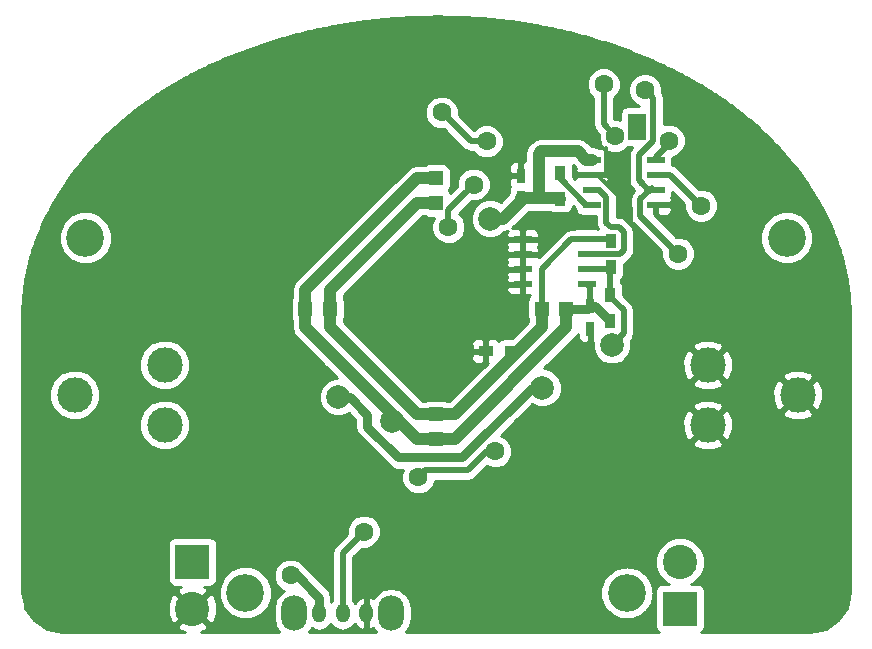
<source format=gbr>
G04 #@! TF.FileFunction,Copper,L2,Bot,Signal*
%FSLAX46Y46*%
G04 Gerber Fmt 4.6, Leading zero omitted, Abs format (unit mm)*
G04 Created by KiCad (PCBNEW 4.1.0-alpha+201605041001+6771~44~ubuntu14.04.1-product) date Wed 11 May 2016 01:12:45 PM EEST*
%MOMM*%
%LPD*%
G01*
G04 APERTURE LIST*
%ADD10C,0.100000*%
%ADD11O,1.200000X1.600000*%
%ADD12O,2.200000X3.000000*%
%ADD13R,1.550000X0.600000*%
%ADD14C,3.200000*%
%ADD15C,3.000000*%
%ADD16R,0.750000X1.200000*%
%ADD17R,0.900000X1.200000*%
%ADD18R,1.200000X0.900000*%
%ADD19R,2.900000X2.900000*%
%ADD20C,2.900000*%
%ADD21R,1.198880X1.198880*%
%ADD22R,1.524000X2.199640*%
%ADD23C,2.000000*%
%ADD24C,1.600000*%
%ADD25C,0.300000*%
%ADD26C,0.500000*%
%ADD27C,0.800000*%
%ADD28C,1.000000*%
%ADD29C,0.254000*%
G04 APERTURE END LIST*
D10*
D11*
X79300000Y-131700000D03*
X81300000Y-131700000D03*
X77300000Y-131700000D03*
D12*
X75200000Y-131700000D03*
X83400000Y-131700000D03*
D13*
X105800000Y-93295000D03*
X105800000Y-94565000D03*
X105800000Y-95835000D03*
X105800000Y-97105000D03*
X100400000Y-97105000D03*
X100400000Y-95835000D03*
X100400000Y-94565000D03*
X100400000Y-93295000D03*
D14*
X116910000Y-99910000D03*
X57510000Y-99910000D03*
X71060000Y-129970000D03*
D15*
X110210000Y-115750000D03*
X117830000Y-113210000D03*
X110210000Y-110670000D03*
X56610000Y-113200000D03*
X64230000Y-110660000D03*
X64230000Y-115740000D03*
D16*
X100250000Y-105700000D03*
X100250000Y-107600000D03*
X94400000Y-96550000D03*
X94400000Y-94650000D03*
D17*
X101948026Y-106950000D03*
X101948026Y-104750000D03*
X102000000Y-100200000D03*
X102000000Y-102400000D03*
X97700000Y-96600000D03*
X97700000Y-94400000D03*
D18*
X93600000Y-109500000D03*
X91400000Y-109500000D03*
D19*
X107860000Y-131300000D03*
D20*
X107860000Y-127340000D03*
D19*
X66580000Y-127350000D03*
D20*
X66580000Y-131310000D03*
D21*
X78249020Y-105900000D03*
X76150980Y-105900000D03*
X87200000Y-96949020D03*
X87200000Y-94850980D03*
X87200000Y-114850980D03*
X87200000Y-116949020D03*
X96150980Y-105900000D03*
X98249020Y-105900000D03*
D13*
X94548026Y-103855000D03*
X94548026Y-102585000D03*
X94548026Y-101315000D03*
X94548026Y-100045000D03*
X99948026Y-100045000D03*
X99948026Y-101315000D03*
X99948026Y-102585000D03*
X99948026Y-103855000D03*
D14*
X103360000Y-129980000D03*
D22*
X104200000Y-90500000D03*
D23*
X91900002Y-124500000D03*
D24*
X78900000Y-118500000D03*
X76900000Y-118400000D03*
X74700000Y-118400000D03*
X93750000Y-92750000D03*
X92250000Y-94000000D03*
X74000000Y-106000000D03*
X75499996Y-109500000D03*
D23*
X89500000Y-109499996D03*
D24*
X112200000Y-101249990D03*
D23*
X121000000Y-121000000D03*
X112000000Y-123000000D03*
X93200000Y-122100000D03*
X92300000Y-105300000D03*
D24*
X74900000Y-128500000D03*
D23*
X102100000Y-109000000D03*
D24*
X91500000Y-91750000D03*
X87700000Y-89300000D03*
X101400000Y-86900000D03*
X102400000Y-91300000D03*
D23*
X96200000Y-112600000D03*
X78900002Y-113400000D03*
D24*
X90400000Y-95400000D03*
X88250000Y-99000000D03*
X109650000Y-97200000D03*
X104900000Y-87400000D03*
X107700000Y-101249990D03*
X106900000Y-91700000D03*
D23*
X83500000Y-115400000D03*
X91800000Y-98300000D03*
D24*
X81100000Y-124800000D03*
X85700000Y-120200000D03*
X92200000Y-118000000D03*
D25*
X103699990Y-98699990D02*
X104400000Y-99400000D01*
X100400000Y-94565000D02*
X100875000Y-94565000D01*
X100875000Y-94565000D02*
X103699990Y-97389990D01*
X103699990Y-97389990D02*
X103699990Y-98699990D01*
D26*
X91900002Y-123399998D02*
X91900002Y-124500000D01*
X93200000Y-122100000D02*
X91900002Y-123399998D01*
D27*
X74700000Y-118400000D02*
X76900000Y-118400000D01*
D26*
X94400000Y-94650000D02*
X92900000Y-94650000D01*
X92900000Y-94650000D02*
X92250000Y-94000000D01*
D25*
X100400000Y-94565000D02*
X101475000Y-94565000D01*
X101475000Y-94565000D02*
X101600000Y-94440000D01*
X101600000Y-94440000D02*
X101600000Y-92300000D01*
D26*
X112000000Y-123000000D02*
X114000000Y-121000000D01*
X114000000Y-121000000D02*
X121000000Y-121000000D01*
X92277082Y-103177082D02*
X92277082Y-105277082D01*
X92277082Y-105277082D02*
X92300000Y-105300000D01*
D27*
X74900000Y-128500000D02*
X75400000Y-128500000D01*
X75400000Y-128500000D02*
X77300000Y-130400000D01*
X77300000Y-130400000D02*
X77300000Y-131700000D01*
D26*
X97700000Y-94400000D02*
X97700000Y-94880000D01*
X97700000Y-94880000D02*
X99925000Y-97105000D01*
X99925000Y-97105000D02*
X100400000Y-97105000D01*
X101948026Y-104750000D02*
X101948026Y-104900000D01*
X101948026Y-104900000D02*
X103100000Y-106051974D01*
X103100000Y-106051974D02*
X103100000Y-108000000D01*
X103100000Y-108000000D02*
X102100000Y-109000000D01*
X101948026Y-102750000D02*
X101948026Y-104750000D01*
X99948026Y-102585000D02*
X101783026Y-102585000D01*
X101783026Y-102585000D02*
X101948026Y-102750000D01*
X90150000Y-91750000D02*
X90368630Y-91750000D01*
X90368630Y-91750000D02*
X91500000Y-91750000D01*
X87700000Y-89300000D02*
X90150000Y-91750000D01*
X101400000Y-86900000D02*
X101400000Y-90300000D01*
X101400000Y-90300000D02*
X102400000Y-91300000D01*
D27*
X78900002Y-113400000D02*
X79900000Y-113400000D01*
X79900000Y-113400000D02*
X81400000Y-114900000D01*
X81400000Y-114900000D02*
X81400000Y-115899998D01*
X81400000Y-115899998D02*
X84000002Y-118500000D01*
X84000002Y-118500000D02*
X89400000Y-118500000D01*
X89400000Y-118500000D02*
X95300000Y-112600000D01*
X95300000Y-112600000D02*
X96200000Y-112600000D01*
D26*
X99948026Y-100045000D02*
X101845000Y-100045000D01*
X101845000Y-100045000D02*
X102000000Y-100200000D01*
D28*
X88799440Y-114850980D02*
X93500000Y-110150420D01*
X93500000Y-110150420D02*
X96150980Y-107499440D01*
D26*
X93600000Y-109500000D02*
X93600000Y-110050420D01*
X93600000Y-110050420D02*
X93500000Y-110150420D01*
X96150980Y-105900000D02*
X96150980Y-102567046D01*
X96150980Y-102567046D02*
X98673026Y-100045000D01*
X98673026Y-100045000D02*
X99948026Y-100045000D01*
D28*
X87200000Y-114850980D02*
X88799440Y-114850980D01*
X96150980Y-107499440D02*
X96150980Y-105900000D01*
X87200000Y-96949020D02*
X85600560Y-96949020D01*
X85600560Y-96949020D02*
X78249020Y-104300560D01*
X78249020Y-104300560D02*
X78249020Y-105900000D01*
X87200000Y-114850980D02*
X85600560Y-114850980D01*
X85600560Y-114850980D02*
X78249020Y-107499440D01*
X78249020Y-107499440D02*
X78249020Y-105900000D01*
D26*
X99948026Y-101315000D02*
X102745002Y-101315000D01*
X102000000Y-99000000D02*
X101625001Y-98625001D01*
X102745002Y-101315000D02*
X103100000Y-100960002D01*
X103100000Y-100960002D02*
X103100000Y-99439998D01*
X103100000Y-99439998D02*
X102660002Y-99000000D01*
X102660002Y-99000000D02*
X102000000Y-99000000D01*
X101625001Y-96444999D02*
X101015002Y-95835000D01*
X101625001Y-98625001D02*
X101625001Y-96444999D01*
X101015002Y-95835000D02*
X100400000Y-95835000D01*
X89600001Y-96199999D02*
X90400000Y-95400000D01*
X88250000Y-97550000D02*
X89600001Y-96199999D01*
X88250000Y-99000000D02*
X88250000Y-97550000D01*
X105800000Y-94565000D02*
X107015000Y-94565000D01*
X107015000Y-94565000D02*
X109650000Y-97200000D01*
X105325000Y-95835000D02*
X104500000Y-96660000D01*
X104500000Y-96660000D02*
X104500000Y-98049990D01*
X104500000Y-98049990D02*
X106700001Y-100249991D01*
X106700001Y-100249991D02*
X107700000Y-101249990D01*
X104574999Y-95225001D02*
X104400000Y-95050002D01*
X104400000Y-95050002D02*
X104400000Y-92905037D01*
X104400000Y-92905037D02*
X105600000Y-91705037D01*
X105600000Y-91705037D02*
X105600000Y-88100000D01*
X105600000Y-88100000D02*
X104900000Y-87400000D01*
X105800000Y-95835000D02*
X105184998Y-95835000D01*
X105184998Y-95835000D02*
X104574999Y-95225001D01*
X105325000Y-95835000D02*
X105500000Y-95660000D01*
X104664999Y-95315001D02*
X104574999Y-95225001D01*
X105800000Y-95835000D02*
X105325000Y-95835000D01*
X105800000Y-93295000D02*
X105800000Y-93100000D01*
X105800000Y-93100000D02*
X106900000Y-92000000D01*
X106900000Y-92000000D02*
X106900000Y-91700000D01*
D27*
X98249020Y-105900000D02*
X100050000Y-105900000D01*
X100050000Y-105900000D02*
X100250000Y-105700000D01*
D28*
X83500000Y-115351540D02*
X83500000Y-115400000D01*
X83751540Y-115100000D02*
X83500000Y-115351540D01*
X85600560Y-116949020D02*
X83751540Y-115100000D01*
X83751540Y-115100000D02*
X78600000Y-109948460D01*
X78600000Y-109948460D02*
X76150980Y-107499440D01*
X78565759Y-109948460D02*
X78600000Y-109948460D01*
X76150980Y-105900000D02*
X76150980Y-104300560D01*
X76150980Y-104300560D02*
X85600560Y-94850980D01*
X85600560Y-94850980D02*
X87200000Y-94850980D01*
X87200000Y-116949020D02*
X85600560Y-116949020D01*
X76150980Y-107499440D02*
X76150980Y-105900000D01*
X98249020Y-105900000D02*
X98249020Y-107499440D01*
X98249020Y-107499440D02*
X88799440Y-116949020D01*
X88799440Y-116949020D02*
X87200000Y-116949020D01*
D27*
X100250000Y-105700000D02*
X100698026Y-105700000D01*
X100698026Y-105700000D02*
X101948026Y-106950000D01*
D26*
X100250000Y-105700000D02*
X100250000Y-104156974D01*
X100250000Y-104156974D02*
X99948026Y-103855000D01*
D28*
X94400000Y-96775000D02*
X92875000Y-98300000D01*
X92875000Y-98300000D02*
X91800000Y-98300000D01*
X94400000Y-96550000D02*
X94400000Y-96775000D01*
X95900000Y-96550000D02*
X95900000Y-92800000D01*
X95900000Y-92800000D02*
X96100000Y-92600000D01*
X96100000Y-92600000D02*
X99230000Y-92600000D01*
X99230000Y-92600000D02*
X99925000Y-93295000D01*
X99925000Y-93295000D02*
X100400000Y-93295000D01*
X95900000Y-96550000D02*
X97650000Y-96550000D01*
X94400000Y-96550000D02*
X95900000Y-96550000D01*
X97650000Y-96550000D02*
X97700000Y-96600000D01*
D26*
X79300000Y-129800000D02*
X79300000Y-131700000D01*
X92200000Y-118000000D02*
X91500000Y-118000000D01*
X91500000Y-118000000D02*
X89900000Y-119600000D01*
X89900000Y-119600000D02*
X86300000Y-119600000D01*
X86300000Y-119600000D02*
X85700000Y-120200000D01*
X81100000Y-124800000D02*
X79300000Y-126600000D01*
X79300000Y-126600000D02*
X79300000Y-129800000D01*
D29*
G36*
X87612043Y-81174148D02*
X87877162Y-81176119D01*
X88142208Y-81179569D01*
X88407457Y-81184499D01*
X88672643Y-81190911D01*
X88937505Y-81198696D01*
X89202269Y-81208057D01*
X89467054Y-81218900D01*
X89731902Y-81231132D01*
X89996259Y-81244921D01*
X90260660Y-81260201D01*
X90524659Y-81276947D01*
X90788793Y-81295286D01*
X91052509Y-81314988D01*
X91316345Y-81336292D01*
X91579381Y-81358934D01*
X91842676Y-81383282D01*
X92105428Y-81408996D01*
X92367953Y-81436272D01*
X92630388Y-81465059D01*
X92892401Y-81495299D01*
X93153998Y-81527112D01*
X93415360Y-81560411D01*
X93676382Y-81595181D01*
X93937046Y-81631447D01*
X94197429Y-81669194D01*
X94457383Y-81708330D01*
X94716808Y-81748923D01*
X94975847Y-81790914D01*
X95234314Y-81834353D01*
X95492279Y-81879268D01*
X95750071Y-81925601D01*
X96006935Y-81973351D01*
X96263676Y-82022550D01*
X96519767Y-82073098D01*
X96775202Y-82125091D01*
X97030359Y-82178528D01*
X97284501Y-82233254D01*
X97538556Y-82289546D01*
X97791829Y-82347077D01*
X98044326Y-82406065D01*
X98296518Y-82466379D01*
X98547905Y-82528141D01*
X98798629Y-82591167D01*
X99048519Y-82655633D01*
X99298102Y-82721478D01*
X99546643Y-82788608D01*
X99795030Y-82857238D01*
X100042101Y-82927000D01*
X100288701Y-82998203D01*
X100534699Y-83070810D01*
X100779641Y-83144618D01*
X101023891Y-83219832D01*
X101267704Y-83296405D01*
X101510252Y-83374139D01*
X101752222Y-83453286D01*
X101993311Y-83533715D01*
X102233391Y-83615447D01*
X102472917Y-83698572D01*
X102711538Y-83782838D01*
X102949105Y-83868420D01*
X103185846Y-83955304D01*
X103421519Y-84043399D01*
X103656762Y-84133043D01*
X103890671Y-84223636D01*
X104123544Y-84315547D01*
X104355825Y-84408854D01*
X104586770Y-84503197D01*
X104816972Y-84599016D01*
X105046019Y-84695943D01*
X105274282Y-84794178D01*
X105501207Y-84893495D01*
X105727149Y-84994132D01*
X105952180Y-85095981D01*
X106176111Y-85199099D01*
X106398892Y-85303365D01*
X106620508Y-85408770D01*
X106840963Y-85515413D01*
X107060628Y-85623377D01*
X107278986Y-85732409D01*
X107496032Y-85842552D01*
X107712190Y-85954069D01*
X107926830Y-86066491D01*
X108140453Y-86180324D01*
X108352755Y-86295108D01*
X108564171Y-86411328D01*
X108774117Y-86528466D01*
X108982761Y-86646766D01*
X109189999Y-86766167D01*
X109396433Y-86886964D01*
X109601361Y-87008705D01*
X109804780Y-87131482D01*
X110006990Y-87255474D01*
X110207831Y-87380546D01*
X110407521Y-87506810D01*
X110605764Y-87634105D01*
X110802581Y-87762541D01*
X110998046Y-87891968D01*
X111192121Y-88022593D01*
X111384645Y-88154138D01*
X111575911Y-88286937D01*
X111765633Y-88420692D01*
X111953813Y-88555540D01*
X112140534Y-88691400D01*
X112325728Y-88828364D01*
X112509270Y-88966191D01*
X112691422Y-89105299D01*
X112872129Y-89245328D01*
X113051163Y-89386445D01*
X113228778Y-89528477D01*
X113404828Y-89671586D01*
X113579278Y-89815561D01*
X113752362Y-89960774D01*
X113923788Y-90106706D01*
X114093557Y-90253618D01*
X114261775Y-90401528D01*
X114428622Y-90550489D01*
X114593797Y-90700231D01*
X114757204Y-90850761D01*
X114919067Y-91002374D01*
X115079497Y-91154894D01*
X115238162Y-91308192D01*
X115395364Y-91462464D01*
X115550787Y-91617497D01*
X115704723Y-91773484D01*
X115857087Y-91930339D01*
X116007583Y-92087751D01*
X116156429Y-92246148D01*
X116304016Y-92405652D01*
X116449694Y-92565556D01*
X116593648Y-92726372D01*
X116735970Y-92887884D01*
X116876573Y-93050214D01*
X117015675Y-93213394D01*
X117152891Y-93377196D01*
X117288667Y-93541919D01*
X117422550Y-93707156D01*
X117554762Y-93873150D01*
X117685306Y-94039908D01*
X117814147Y-94207412D01*
X117941231Y-94375463D01*
X118066550Y-94544176D01*
X118190147Y-94713574D01*
X118312084Y-94883683D01*
X118432161Y-95054415D01*
X118550745Y-95225963D01*
X118667350Y-95397859D01*
X118782144Y-95570245D01*
X118895211Y-95743491D01*
X119006621Y-95917314D01*
X119116229Y-96091734D01*
X119224044Y-96266667D01*
X119329967Y-96442008D01*
X119434214Y-96618149D01*
X119536590Y-96794567D01*
X119637093Y-96971611D01*
X119735982Y-97149379D01*
X119832840Y-97327293D01*
X119927922Y-97505911D01*
X120021250Y-97685000D01*
X120112830Y-97864667D01*
X120202312Y-98044406D01*
X120290071Y-98224966D01*
X120376053Y-98405847D01*
X120460040Y-98587188D01*
X120542288Y-98768928D01*
X120622601Y-98951158D01*
X120701065Y-99133756D01*
X120777628Y-99316694D01*
X120852390Y-99500113D01*
X120925167Y-99683798D01*
X120996091Y-99867834D01*
X121064986Y-100052005D01*
X121132030Y-100236882D01*
X121197249Y-100422087D01*
X121260488Y-100607454D01*
X121321857Y-100793201D01*
X121381212Y-100979195D01*
X121438703Y-101165484D01*
X121494232Y-101352059D01*
X121547741Y-101538954D01*
X121599437Y-101726125D01*
X121649080Y-101913589D01*
X121696839Y-102101150D01*
X121742495Y-102288986D01*
X121786335Y-102477193D01*
X121828055Y-102665173D01*
X121867804Y-102853689D01*
X121905643Y-103042594D01*
X121941505Y-103231448D01*
X121975237Y-103420349D01*
X122007078Y-103609748D01*
X122036957Y-103799146D01*
X122064696Y-103988599D01*
X122090405Y-104178093D01*
X122114135Y-104368128D01*
X122135895Y-104558002D01*
X122155527Y-104747870D01*
X122173060Y-104938031D01*
X122188660Y-105128317D01*
X122202133Y-105318484D01*
X122213588Y-105508886D01*
X122222928Y-105699439D01*
X122230245Y-105889955D01*
X122235534Y-106080373D01*
X122238613Y-106270961D01*
X122239691Y-106465274D01*
X122239691Y-129907285D01*
X121974953Y-131238212D01*
X121259259Y-132309323D01*
X120188150Y-133025014D01*
X118857224Y-133289752D01*
X109645174Y-133289752D01*
X109767809Y-133207809D01*
X109908157Y-132997765D01*
X109957440Y-132750000D01*
X109957440Y-129850000D01*
X109908157Y-129602235D01*
X109767809Y-129392191D01*
X109557765Y-129251843D01*
X109310000Y-129202560D01*
X108812134Y-129202560D01*
X109039515Y-129108608D01*
X109626547Y-128522600D01*
X109944638Y-127756552D01*
X109945362Y-126927087D01*
X109628608Y-126160485D01*
X109042600Y-125573453D01*
X108276552Y-125255362D01*
X107447087Y-125254638D01*
X106680485Y-125571392D01*
X106093453Y-126157400D01*
X105775362Y-126923448D01*
X105774638Y-127752913D01*
X106091392Y-128519515D01*
X106677400Y-129106547D01*
X106908625Y-129202560D01*
X106410000Y-129202560D01*
X106162235Y-129251843D01*
X105952191Y-129392191D01*
X105811843Y-129602235D01*
X105762560Y-129850000D01*
X105762560Y-132750000D01*
X105811843Y-132997765D01*
X105952191Y-133207809D01*
X106074826Y-133289752D01*
X84679553Y-133289752D01*
X85002931Y-132805783D01*
X85135000Y-132141827D01*
X85135000Y-131258173D01*
X85002931Y-130594217D01*
X84626830Y-130031343D01*
X84531433Y-129967600D01*
X101103256Y-129967600D01*
X101124915Y-130076488D01*
X101124613Y-130422619D01*
X101257957Y-130745335D01*
X101275288Y-130832465D01*
X101324212Y-130905685D01*
X101464155Y-131244372D01*
X101725339Y-131506013D01*
X101765195Y-131565661D01*
X101824322Y-131605168D01*
X102092321Y-131873636D01*
X102445742Y-132020389D01*
X102498391Y-132055568D01*
X102559952Y-132067813D01*
X102913481Y-132214611D01*
X103299650Y-132214948D01*
X103363256Y-132227600D01*
X103426306Y-132215059D01*
X103802619Y-132215387D01*
X104153475Y-132070416D01*
X104228121Y-132055568D01*
X104290850Y-132013654D01*
X104624372Y-131875845D01*
X104882023Y-131618644D01*
X104961317Y-131565661D01*
X105013837Y-131487060D01*
X105253636Y-131247679D01*
X105384718Y-130931998D01*
X105451224Y-130832465D01*
X105474374Y-130716083D01*
X105594611Y-130426519D01*
X105594887Y-130110221D01*
X105623256Y-129967600D01*
X105595135Y-129826225D01*
X105595387Y-129537381D01*
X105484112Y-129268076D01*
X105451224Y-129102735D01*
X105358383Y-128963790D01*
X105255845Y-128715628D01*
X105064471Y-128523919D01*
X104961317Y-128369539D01*
X104808286Y-128267287D01*
X104627679Y-128086364D01*
X104389505Y-127987466D01*
X104228121Y-127879632D01*
X104039417Y-127842096D01*
X103806519Y-127745389D01*
X103552118Y-127745167D01*
X103363256Y-127707600D01*
X103176044Y-127744839D01*
X102917381Y-127744613D01*
X102676216Y-127844260D01*
X102498391Y-127879632D01*
X102348955Y-127979482D01*
X102095628Y-128084155D01*
X101899929Y-128279512D01*
X101765195Y-128369539D01*
X101675955Y-128503096D01*
X101466364Y-128712321D01*
X101351795Y-128988235D01*
X101275288Y-129102735D01*
X101248657Y-129236618D01*
X101125389Y-129533481D01*
X101125106Y-129857752D01*
X101103256Y-129967600D01*
X84531433Y-129967600D01*
X84063956Y-129655242D01*
X83400000Y-129523173D01*
X82736044Y-129655242D01*
X82173170Y-130031343D01*
X81899734Y-130440568D01*
X81660161Y-130312526D01*
X81617609Y-130306538D01*
X81427000Y-130431269D01*
X81427000Y-131573000D01*
X81447000Y-131573000D01*
X81447000Y-131827000D01*
X81427000Y-131827000D01*
X81427000Y-132968731D01*
X81617609Y-133093462D01*
X81660161Y-133087474D01*
X81899734Y-132959432D01*
X82120447Y-133289752D01*
X76479553Y-133289752D01*
X76688841Y-132976531D01*
X76827386Y-133069104D01*
X77300000Y-133163113D01*
X77772614Y-133069104D01*
X78173277Y-132801390D01*
X78300000Y-132611735D01*
X78426723Y-132801390D01*
X78827386Y-133069104D01*
X79300000Y-133163113D01*
X79772614Y-133069104D01*
X80173277Y-132801390D01*
X80304342Y-132605236D01*
X80512828Y-132859255D01*
X80939839Y-133087474D01*
X80982391Y-133093462D01*
X81173000Y-132968731D01*
X81173000Y-131827000D01*
X81153000Y-131827000D01*
X81153000Y-131573000D01*
X81173000Y-131573000D01*
X81173000Y-130431269D01*
X80982391Y-130306538D01*
X80939839Y-130312526D01*
X80512828Y-130540745D01*
X80304342Y-130794764D01*
X80185000Y-130616155D01*
X80185000Y-126966580D01*
X80916739Y-126234840D01*
X81384187Y-126235248D01*
X81911800Y-126017243D01*
X82315824Y-125613923D01*
X82534750Y-125086691D01*
X82535248Y-124515813D01*
X82317243Y-123988200D01*
X81913923Y-123584176D01*
X81386691Y-123365250D01*
X80815813Y-123364752D01*
X80288200Y-123582757D01*
X79884176Y-123986077D01*
X79665250Y-124513309D01*
X79664840Y-124983581D01*
X78674210Y-125974210D01*
X78482367Y-126261325D01*
X78482367Y-126261326D01*
X78414999Y-126600000D01*
X78415000Y-126600005D01*
X78415000Y-130616155D01*
X78335000Y-130735883D01*
X78335000Y-130400005D01*
X78335001Y-130400000D01*
X78256215Y-130003923D01*
X78209995Y-129934750D01*
X78031856Y-129668144D01*
X78031853Y-129668142D01*
X76163245Y-127799533D01*
X76117243Y-127688200D01*
X75713923Y-127284176D01*
X75186691Y-127065250D01*
X74615813Y-127064752D01*
X74088200Y-127282757D01*
X73684176Y-127686077D01*
X73465250Y-128213309D01*
X73464752Y-128784187D01*
X73682757Y-129311800D01*
X74086077Y-129715824D01*
X74307669Y-129807837D01*
X73973170Y-130031343D01*
X73597069Y-130594217D01*
X73465000Y-131258173D01*
X73465000Y-132141827D01*
X73597069Y-132805783D01*
X73920447Y-133289752D01*
X67269901Y-133289752D01*
X67724565Y-133101424D01*
X67878244Y-132787849D01*
X66580000Y-131489605D01*
X65281756Y-132787849D01*
X65435435Y-133101424D01*
X65917848Y-133289752D01*
X55557467Y-133289752D01*
X54226540Y-133025014D01*
X53155429Y-132309320D01*
X52439738Y-131238211D01*
X52380044Y-130938108D01*
X64486934Y-130938108D01*
X64503942Y-131767398D01*
X64788576Y-132454565D01*
X65102151Y-132608244D01*
X66400395Y-131310000D01*
X66759605Y-131310000D01*
X68057849Y-132608244D01*
X68371424Y-132454565D01*
X68673066Y-131681892D01*
X68656058Y-130852602D01*
X68473812Y-130412619D01*
X68824613Y-130412619D01*
X69164155Y-131234372D01*
X69792321Y-131863636D01*
X70613481Y-132204611D01*
X71502619Y-132205387D01*
X72324372Y-131865845D01*
X72953636Y-131237679D01*
X73294611Y-130416519D01*
X73295387Y-129527381D01*
X72955845Y-128705628D01*
X72327679Y-128076364D01*
X71506519Y-127735389D01*
X70617381Y-127734613D01*
X69795628Y-128074155D01*
X69166364Y-128702321D01*
X68825389Y-129523481D01*
X68824613Y-130412619D01*
X68473812Y-130412619D01*
X68371424Y-130165435D01*
X68057849Y-130011756D01*
X66759605Y-131310000D01*
X66400395Y-131310000D01*
X65102151Y-130011756D01*
X64788576Y-130165435D01*
X64486934Y-130938108D01*
X52380044Y-130938108D01*
X52175000Y-129907285D01*
X52175000Y-125900000D01*
X64482560Y-125900000D01*
X64482560Y-128800000D01*
X64531843Y-129047765D01*
X64672191Y-129257809D01*
X64882235Y-129398157D01*
X65130000Y-129447440D01*
X65607172Y-129447440D01*
X65435435Y-129518576D01*
X65281756Y-129832151D01*
X66580000Y-131130395D01*
X67878244Y-129832151D01*
X67724565Y-129518576D01*
X67542346Y-129447440D01*
X68030000Y-129447440D01*
X68277765Y-129398157D01*
X68487809Y-129257809D01*
X68628157Y-129047765D01*
X68677440Y-128800000D01*
X68677440Y-125900000D01*
X68628157Y-125652235D01*
X68487809Y-125442191D01*
X68277765Y-125301843D01*
X68030000Y-125252560D01*
X65130000Y-125252560D01*
X64882235Y-125301843D01*
X64672191Y-125442191D01*
X64531843Y-125652235D01*
X64482560Y-125900000D01*
X52175000Y-125900000D01*
X52175000Y-116162815D01*
X62094630Y-116162815D01*
X62418980Y-116947800D01*
X63019041Y-117548909D01*
X63803459Y-117874628D01*
X64652815Y-117875370D01*
X65437800Y-117551020D01*
X66038909Y-116950959D01*
X66364628Y-116166541D01*
X66365370Y-115317185D01*
X66041020Y-114532200D01*
X65440959Y-113931091D01*
X64656541Y-113605372D01*
X63807185Y-113604630D01*
X63022200Y-113928980D01*
X62421091Y-114529041D01*
X62095372Y-115313459D01*
X62094630Y-116162815D01*
X52175000Y-116162815D01*
X52175000Y-113622815D01*
X54474630Y-113622815D01*
X54798980Y-114407800D01*
X55399041Y-115008909D01*
X56183459Y-115334628D01*
X57032815Y-115335370D01*
X57817800Y-115011020D01*
X58418909Y-114410959D01*
X58744628Y-113626541D01*
X58745370Y-112777185D01*
X58421020Y-111992200D01*
X57820959Y-111391091D01*
X57078549Y-111082815D01*
X62094630Y-111082815D01*
X62418980Y-111867800D01*
X63019041Y-112468909D01*
X63803459Y-112794628D01*
X64652815Y-112795370D01*
X65437800Y-112471020D01*
X66038909Y-111870959D01*
X66364628Y-111086541D01*
X66365370Y-110237185D01*
X66041020Y-109452200D01*
X65440959Y-108851091D01*
X64656541Y-108525372D01*
X63807185Y-108524630D01*
X63022200Y-108848980D01*
X62421091Y-109449041D01*
X62095372Y-110233459D01*
X62094630Y-111082815D01*
X57078549Y-111082815D01*
X57036541Y-111065372D01*
X56187185Y-111064630D01*
X55402200Y-111388980D01*
X54801091Y-111989041D01*
X54475372Y-112773459D01*
X54474630Y-113622815D01*
X52175000Y-113622815D01*
X52175000Y-106461615D01*
X52174992Y-106461572D01*
X52176049Y-106271100D01*
X52179222Y-106080574D01*
X52184518Y-105889953D01*
X52191827Y-105699608D01*
X52201267Y-105508994D01*
X52212710Y-105318876D01*
X52214016Y-105300560D01*
X74904100Y-105300560D01*
X74904100Y-106499440D01*
X74953383Y-106747205D01*
X75015980Y-106840887D01*
X75015980Y-107499440D01*
X75102377Y-107933786D01*
X75278545Y-108197440D01*
X75348414Y-108302006D01*
X77694243Y-110647835D01*
X77763193Y-110751026D01*
X77866384Y-110819976D01*
X78811329Y-111764921D01*
X78576207Y-111764716D01*
X77975059Y-112013106D01*
X77514724Y-112472637D01*
X77265286Y-113073352D01*
X77264718Y-113723795D01*
X77513108Y-114324943D01*
X77972639Y-114785278D01*
X78573354Y-115034716D01*
X79223797Y-115035284D01*
X79823698Y-114787409D01*
X80365000Y-115328711D01*
X80365000Y-115899993D01*
X80364999Y-115899998D01*
X80443785Y-116296075D01*
X80668144Y-116631854D01*
X83268144Y-119231853D01*
X83268146Y-119231856D01*
X83603925Y-119456215D01*
X84000002Y-119535001D01*
X84000007Y-119535000D01*
X84422338Y-119535000D01*
X84265250Y-119913309D01*
X84264752Y-120484187D01*
X84482757Y-121011800D01*
X84886077Y-121415824D01*
X85413309Y-121634750D01*
X85984187Y-121635248D01*
X86511800Y-121417243D01*
X86915824Y-121013923D01*
X87134750Y-120486691D01*
X87134751Y-120485000D01*
X89899995Y-120485000D01*
X89900000Y-120485001D01*
X90182484Y-120428810D01*
X90238675Y-120417633D01*
X90525790Y-120225790D01*
X91491839Y-119259740D01*
X91913309Y-119434750D01*
X92484187Y-119435248D01*
X93011800Y-119217243D01*
X93415824Y-118813923D01*
X93634750Y-118286691D01*
X93635248Y-117715813D01*
X93448551Y-117263970D01*
X108875635Y-117263970D01*
X109035418Y-117582739D01*
X109826187Y-117892723D01*
X110675387Y-117876497D01*
X111384582Y-117582739D01*
X111544365Y-117263970D01*
X110210000Y-115929605D01*
X108875635Y-117263970D01*
X93448551Y-117263970D01*
X93417243Y-117188200D01*
X93013923Y-116784176D01*
X92706987Y-116656725D01*
X93997525Y-115366187D01*
X108067277Y-115366187D01*
X108083503Y-116215387D01*
X108377261Y-116924582D01*
X108696030Y-117084365D01*
X110030395Y-115750000D01*
X110389605Y-115750000D01*
X111723970Y-117084365D01*
X112042739Y-116924582D01*
X112352723Y-116133813D01*
X112336497Y-115284613D01*
X112104272Y-114723970D01*
X116495635Y-114723970D01*
X116655418Y-115042739D01*
X117446187Y-115352723D01*
X118295387Y-115336497D01*
X119004582Y-115042739D01*
X119164365Y-114723970D01*
X117830000Y-113389605D01*
X116495635Y-114723970D01*
X112104272Y-114723970D01*
X112042739Y-114575418D01*
X111723970Y-114415635D01*
X110389605Y-115750000D01*
X110030395Y-115750000D01*
X108696030Y-114415635D01*
X108377261Y-114575418D01*
X108067277Y-115366187D01*
X93997525Y-115366187D01*
X95127682Y-114236030D01*
X108875635Y-114236030D01*
X110210000Y-115570395D01*
X111544365Y-114236030D01*
X111384582Y-113917261D01*
X110593813Y-113607277D01*
X109744613Y-113623503D01*
X109035418Y-113917261D01*
X108875635Y-114236030D01*
X95127682Y-114236030D01*
X95347393Y-114016319D01*
X95873352Y-114234716D01*
X96523795Y-114235284D01*
X97124943Y-113986894D01*
X97585278Y-113527363D01*
X97834716Y-112926648D01*
X97834803Y-112826187D01*
X115687277Y-112826187D01*
X115703503Y-113675387D01*
X115997261Y-114384582D01*
X116316030Y-114544365D01*
X117650395Y-113210000D01*
X118009605Y-113210000D01*
X119343970Y-114544365D01*
X119662739Y-114384582D01*
X119972723Y-113593813D01*
X119956497Y-112744613D01*
X119662739Y-112035418D01*
X119343970Y-111875635D01*
X118009605Y-113210000D01*
X117650395Y-113210000D01*
X116316030Y-111875635D01*
X115997261Y-112035418D01*
X115687277Y-112826187D01*
X97834803Y-112826187D01*
X97835284Y-112276205D01*
X97797174Y-112183970D01*
X108875635Y-112183970D01*
X109035418Y-112502739D01*
X109826187Y-112812723D01*
X110675387Y-112796497D01*
X111384582Y-112502739D01*
X111544365Y-112183970D01*
X110210000Y-110849605D01*
X108875635Y-112183970D01*
X97797174Y-112183970D01*
X97586894Y-111675057D01*
X97127363Y-111214722D01*
X96526648Y-110965284D01*
X96388429Y-110965163D01*
X99051586Y-108302006D01*
X99121455Y-108197440D01*
X99240000Y-108020025D01*
X99240000Y-108326309D01*
X99336673Y-108559698D01*
X99515301Y-108738327D01*
X99748690Y-108835000D01*
X99964250Y-108835000D01*
X100123000Y-108676250D01*
X100123000Y-107727000D01*
X100103000Y-107727000D01*
X100103000Y-107473000D01*
X100123000Y-107473000D01*
X100123000Y-107453000D01*
X100377000Y-107453000D01*
X100377000Y-107473000D01*
X100397000Y-107473000D01*
X100397000Y-107727000D01*
X100377000Y-107727000D01*
X100377000Y-108676250D01*
X100465204Y-108764454D01*
X100464716Y-109323795D01*
X100713106Y-109924943D01*
X101172637Y-110385278D01*
X101773352Y-110634716D01*
X102423795Y-110635284D01*
X103024943Y-110386894D01*
X103125826Y-110286187D01*
X108067277Y-110286187D01*
X108083503Y-111135387D01*
X108377261Y-111844582D01*
X108696030Y-112004365D01*
X110030395Y-110670000D01*
X110389605Y-110670000D01*
X111723970Y-112004365D01*
X112042739Y-111844582D01*
X112100971Y-111696030D01*
X116495635Y-111696030D01*
X117830000Y-113030395D01*
X119164365Y-111696030D01*
X119004582Y-111377261D01*
X118213813Y-111067277D01*
X117364613Y-111083503D01*
X116655418Y-111377261D01*
X116495635Y-111696030D01*
X112100971Y-111696030D01*
X112352723Y-111053813D01*
X112336497Y-110204613D01*
X112042739Y-109495418D01*
X111723970Y-109335635D01*
X110389605Y-110670000D01*
X110030395Y-110670000D01*
X108696030Y-109335635D01*
X108377261Y-109495418D01*
X108067277Y-110286187D01*
X103125826Y-110286187D01*
X103485278Y-109927363D01*
X103734716Y-109326648D01*
X103734864Y-109156030D01*
X108875635Y-109156030D01*
X110210000Y-110490395D01*
X111544365Y-109156030D01*
X111384582Y-108837261D01*
X110593813Y-108527277D01*
X109744613Y-108543503D01*
X109035418Y-108837261D01*
X108875635Y-109156030D01*
X103734864Y-109156030D01*
X103735284Y-108676205D01*
X103717767Y-108633812D01*
X103725787Y-108625792D01*
X103725790Y-108625790D01*
X103874947Y-108402560D01*
X103917634Y-108338674D01*
X103985001Y-108000000D01*
X103985000Y-107999995D01*
X103985000Y-106051979D01*
X103985001Y-106051974D01*
X103917633Y-105713299D01*
X103865698Y-105635572D01*
X103725790Y-105426184D01*
X103725787Y-105426182D01*
X103045466Y-104745860D01*
X103045466Y-104150000D01*
X102996183Y-103902235D01*
X102855835Y-103692191D01*
X102833026Y-103676950D01*
X102833026Y-103507778D01*
X102907809Y-103457809D01*
X103048157Y-103247765D01*
X103097440Y-103000000D01*
X103097440Y-102123437D01*
X103370792Y-101940790D01*
X103725787Y-101585794D01*
X103725790Y-101585792D01*
X103917633Y-101298677D01*
X103934042Y-101216184D01*
X103985001Y-100960002D01*
X103985000Y-100959997D01*
X103985000Y-99440003D01*
X103985001Y-99439998D01*
X103917633Y-99101323D01*
X103884261Y-99051378D01*
X103725790Y-98814208D01*
X103725787Y-98814206D01*
X103285792Y-98374210D01*
X103113012Y-98258763D01*
X102998677Y-98182367D01*
X102942486Y-98171190D01*
X102660002Y-98114999D01*
X102659997Y-98115000D01*
X102510001Y-98115000D01*
X102510001Y-96445004D01*
X102510002Y-96444999D01*
X102444490Y-96115654D01*
X102442634Y-96106324D01*
X102250791Y-95819209D01*
X102250788Y-95819207D01*
X101786650Y-95355068D01*
X101773157Y-95287235D01*
X101720232Y-95208028D01*
X101810000Y-94991310D01*
X101810000Y-94850750D01*
X101651250Y-94692000D01*
X100527000Y-94692000D01*
X100527000Y-94712000D01*
X100273000Y-94712000D01*
X100273000Y-94692000D01*
X99148750Y-94692000D01*
X98990000Y-94850750D01*
X98990000Y-94918420D01*
X98797440Y-94725860D01*
X98797440Y-93800000D01*
X98790630Y-93765762D01*
X99040834Y-94015966D01*
X98990000Y-94138690D01*
X98990000Y-94279250D01*
X99148750Y-94438000D01*
X100273000Y-94438000D01*
X100273000Y-94430000D01*
X100400000Y-94430000D01*
X100460328Y-94418000D01*
X100527000Y-94418000D01*
X100527000Y-94438000D01*
X101651250Y-94438000D01*
X101810000Y-94279250D01*
X101810000Y-94138690D01*
X101720232Y-93921972D01*
X101773157Y-93842765D01*
X101822440Y-93595000D01*
X101822440Y-92995000D01*
X101773157Y-92747235D01*
X101632809Y-92537191D01*
X101625052Y-92532008D01*
X102113309Y-92734750D01*
X102684187Y-92735248D01*
X103211800Y-92517243D01*
X103482254Y-92247260D01*
X103806197Y-92247260D01*
X103774210Y-92279247D01*
X103582367Y-92566362D01*
X103572128Y-92617837D01*
X103514999Y-92905037D01*
X103515000Y-92905042D01*
X103515000Y-95049997D01*
X103514999Y-95050002D01*
X103561809Y-95285325D01*
X103582367Y-95388677D01*
X103711963Y-95582632D01*
X103774210Y-95675792D01*
X103949207Y-95850788D01*
X103949209Y-95850791D01*
X104003419Y-95905001D01*
X103874210Y-96034210D01*
X103682367Y-96321325D01*
X103674144Y-96362667D01*
X103614999Y-96660000D01*
X103615000Y-96660005D01*
X103615000Y-98049985D01*
X103614999Y-98049990D01*
X103664730Y-98300000D01*
X103682367Y-98388665D01*
X103839142Y-98623297D01*
X103874210Y-98675780D01*
X106074209Y-100875778D01*
X106074211Y-100875781D01*
X106265160Y-101066730D01*
X106264752Y-101534177D01*
X106482757Y-102061790D01*
X106886077Y-102465814D01*
X107413309Y-102684740D01*
X107984187Y-102685238D01*
X108511800Y-102467233D01*
X108915824Y-102063913D01*
X109134750Y-101536681D01*
X109135248Y-100965803D01*
X108917243Y-100438190D01*
X108831822Y-100352619D01*
X114674613Y-100352619D01*
X115014155Y-101174372D01*
X115642321Y-101803636D01*
X116463481Y-102144611D01*
X117352619Y-102145387D01*
X118174372Y-101805845D01*
X118803636Y-101177679D01*
X119144611Y-100356519D01*
X119145387Y-99467381D01*
X118805845Y-98645628D01*
X118177679Y-98016364D01*
X117356519Y-97675389D01*
X116467381Y-97674613D01*
X115645628Y-98014155D01*
X115016364Y-98642321D01*
X114675389Y-99463481D01*
X114674613Y-100352619D01*
X108831822Y-100352619D01*
X108513923Y-100034166D01*
X107986691Y-99815240D01*
X107516420Y-99814830D01*
X107325791Y-99624201D01*
X107325788Y-99624199D01*
X105627920Y-97926330D01*
X105673000Y-97881250D01*
X105673000Y-97232000D01*
X105927000Y-97232000D01*
X105927000Y-97881250D01*
X106085750Y-98040000D01*
X106701309Y-98040000D01*
X106934698Y-97943327D01*
X107113327Y-97764699D01*
X107210000Y-97531310D01*
X107210000Y-97390750D01*
X107051250Y-97232000D01*
X105927000Y-97232000D01*
X105673000Y-97232000D01*
X105653000Y-97232000D01*
X105653000Y-96978000D01*
X105673000Y-96978000D01*
X105673000Y-96958000D01*
X105927000Y-96958000D01*
X105927000Y-96978000D01*
X107051250Y-96978000D01*
X107210000Y-96819250D01*
X107210000Y-96678690D01*
X107120232Y-96461972D01*
X107173157Y-96382765D01*
X107222440Y-96135000D01*
X107222440Y-96024020D01*
X108215160Y-97016739D01*
X108214752Y-97484187D01*
X108432757Y-98011800D01*
X108836077Y-98415824D01*
X109363309Y-98634750D01*
X109934187Y-98635248D01*
X110461800Y-98417243D01*
X110865824Y-98013923D01*
X111084750Y-97486691D01*
X111085248Y-96915813D01*
X110867243Y-96388200D01*
X110463923Y-95984176D01*
X109936691Y-95765250D01*
X109466419Y-95764840D01*
X107640790Y-93939210D01*
X107613222Y-93920790D01*
X107353675Y-93747367D01*
X107288008Y-93734305D01*
X107198281Y-93716457D01*
X107222440Y-93595000D01*
X107222440Y-93119442D01*
X107711800Y-92917243D01*
X108115824Y-92513923D01*
X108334750Y-91986691D01*
X108335248Y-91415813D01*
X108117243Y-90888200D01*
X107713923Y-90484176D01*
X107186691Y-90265250D01*
X106615813Y-90264752D01*
X106485000Y-90318803D01*
X106485000Y-88100000D01*
X106417633Y-87761325D01*
X106334793Y-87637346D01*
X106335248Y-87115813D01*
X106117243Y-86588200D01*
X105713923Y-86184176D01*
X105186691Y-85965250D01*
X104615813Y-85964752D01*
X104088200Y-86182757D01*
X103684176Y-86586077D01*
X103465250Y-87113309D01*
X103464752Y-87684187D01*
X103682757Y-88211800D01*
X104086077Y-88615824D01*
X104415807Y-88752740D01*
X103438000Y-88752740D01*
X103190235Y-88802023D01*
X102980191Y-88942371D01*
X102839843Y-89152415D01*
X102790560Y-89400180D01*
X102790560Y-89908380D01*
X102686691Y-89865250D01*
X102285000Y-89864900D01*
X102285000Y-88044171D01*
X102615824Y-87713923D01*
X102834750Y-87186691D01*
X102835248Y-86615813D01*
X102617243Y-86088200D01*
X102213923Y-85684176D01*
X101686691Y-85465250D01*
X101115813Y-85464752D01*
X100588200Y-85682757D01*
X100184176Y-86086077D01*
X99965250Y-86613309D01*
X99964752Y-87184187D01*
X100182757Y-87711800D01*
X100515000Y-88044623D01*
X100515000Y-90299995D01*
X100514999Y-90300000D01*
X100566078Y-90556787D01*
X100582367Y-90638675D01*
X100749093Y-90888200D01*
X100774210Y-90925790D01*
X100965160Y-91116740D01*
X100964752Y-91584187D01*
X101182757Y-92111800D01*
X101556522Y-92486217D01*
X101422765Y-92396843D01*
X101175000Y-92347560D01*
X100985747Y-92347560D01*
X100834346Y-92246397D01*
X100400000Y-92160000D01*
X100395132Y-92160000D01*
X100032566Y-91797434D01*
X100017343Y-91787262D01*
X99664346Y-91551397D01*
X99230000Y-91465000D01*
X96100000Y-91465000D01*
X95665654Y-91551397D01*
X95312657Y-91787262D01*
X95297434Y-91797434D01*
X95097434Y-91997434D01*
X94851397Y-92365654D01*
X94765000Y-92800000D01*
X94765000Y-93415000D01*
X94685750Y-93415000D01*
X94527000Y-93573750D01*
X94527000Y-94523000D01*
X94547000Y-94523000D01*
X94547000Y-94777000D01*
X94527000Y-94777000D01*
X94527000Y-94797000D01*
X94273000Y-94797000D01*
X94273000Y-94777000D01*
X93548750Y-94777000D01*
X93390000Y-94935750D01*
X93390000Y-95376309D01*
X93486673Y-95609698D01*
X93487873Y-95610898D01*
X93426843Y-95702235D01*
X93377560Y-95950000D01*
X93377560Y-96076498D01*
X93351397Y-96115654D01*
X93325867Y-96244001D01*
X92676335Y-96893533D01*
X92126648Y-96665284D01*
X91476205Y-96664716D01*
X90875057Y-96913106D01*
X90414722Y-97372637D01*
X90165284Y-97973352D01*
X90164716Y-98623795D01*
X90413106Y-99224943D01*
X90872637Y-99685278D01*
X91473352Y-99934716D01*
X92123795Y-99935284D01*
X92724943Y-99686894D01*
X93002729Y-99409593D01*
X93261974Y-99358026D01*
X93234699Y-99385301D01*
X93138026Y-99618690D01*
X93138026Y-99759250D01*
X93296776Y-99918000D01*
X94421026Y-99918000D01*
X94421026Y-99268750D01*
X94675026Y-99268750D01*
X94675026Y-99918000D01*
X95799276Y-99918000D01*
X95958026Y-99759250D01*
X95958026Y-99618690D01*
X95861353Y-99385301D01*
X95682724Y-99206673D01*
X95449335Y-99110000D01*
X94833776Y-99110000D01*
X94675026Y-99268750D01*
X94421026Y-99268750D01*
X94262276Y-99110000D01*
X93666440Y-99110000D01*
X93677566Y-99102566D01*
X95050521Y-97729611D01*
X95117285Y-97685000D01*
X96832885Y-97685000D01*
X97002235Y-97798157D01*
X97250000Y-97847440D01*
X98150000Y-97847440D01*
X98397765Y-97798157D01*
X98607809Y-97657809D01*
X98748157Y-97447765D01*
X98792625Y-97224205D01*
X98978588Y-97410167D01*
X99026843Y-97652765D01*
X99167191Y-97862809D01*
X99377235Y-98003157D01*
X99625000Y-98052440D01*
X100740001Y-98052440D01*
X100740001Y-98624996D01*
X100740000Y-98625001D01*
X100786197Y-98857242D01*
X100807368Y-98963676D01*
X100923466Y-99137430D01*
X100723026Y-99097560D01*
X99173026Y-99097560D01*
X98925261Y-99146843D01*
X98905570Y-99160000D01*
X98673031Y-99160000D01*
X98673026Y-99159999D01*
X98390542Y-99216190D01*
X98334351Y-99227367D01*
X98047236Y-99419210D01*
X98047234Y-99419213D01*
X95911861Y-101554585D01*
X95799276Y-101442000D01*
X94675026Y-101442000D01*
X94675026Y-102458000D01*
X94695026Y-102458000D01*
X94695026Y-102712000D01*
X94675026Y-102712000D01*
X94675026Y-103728000D01*
X94695026Y-103728000D01*
X94695026Y-103982000D01*
X94675026Y-103982000D01*
X94675026Y-104631250D01*
X94833776Y-104790000D01*
X95172678Y-104790000D01*
X95093731Y-104842751D01*
X94953383Y-105052795D01*
X94904100Y-105300560D01*
X94904100Y-106499440D01*
X94953383Y-106747205D01*
X95015980Y-106840887D01*
X95015980Y-107029308D01*
X93642728Y-108402560D01*
X93000000Y-108402560D01*
X92752235Y-108451843D01*
X92542191Y-108592191D01*
X92501346Y-108653320D01*
X92359698Y-108511673D01*
X92126309Y-108415000D01*
X91685750Y-108415000D01*
X91527000Y-108573750D01*
X91527000Y-109373000D01*
X91547000Y-109373000D01*
X91547000Y-109627000D01*
X91527000Y-109627000D01*
X91527000Y-110426250D01*
X91573019Y-110472269D01*
X88329308Y-113715980D01*
X88140887Y-113715980D01*
X88047205Y-113653383D01*
X87799440Y-113604100D01*
X86600560Y-113604100D01*
X86352795Y-113653383D01*
X86259113Y-113715980D01*
X86070692Y-113715980D01*
X82140462Y-109785750D01*
X90165000Y-109785750D01*
X90165000Y-110076310D01*
X90261673Y-110309699D01*
X90440302Y-110488327D01*
X90673691Y-110585000D01*
X91114250Y-110585000D01*
X91273000Y-110426250D01*
X91273000Y-109627000D01*
X90323750Y-109627000D01*
X90165000Y-109785750D01*
X82140462Y-109785750D01*
X81278402Y-108923690D01*
X90165000Y-108923690D01*
X90165000Y-109214250D01*
X90323750Y-109373000D01*
X91273000Y-109373000D01*
X91273000Y-108573750D01*
X91114250Y-108415000D01*
X90673691Y-108415000D01*
X90440302Y-108511673D01*
X90261673Y-108690301D01*
X90165000Y-108923690D01*
X81278402Y-108923690D01*
X79384020Y-107029308D01*
X79384020Y-106840887D01*
X79446617Y-106747205D01*
X79495900Y-106499440D01*
X79495900Y-105300560D01*
X79446617Y-105052795D01*
X79384020Y-104959113D01*
X79384020Y-104770692D01*
X80013962Y-104140750D01*
X93138026Y-104140750D01*
X93138026Y-104281310D01*
X93234699Y-104514699D01*
X93413328Y-104693327D01*
X93646717Y-104790000D01*
X94262276Y-104790000D01*
X94421026Y-104631250D01*
X94421026Y-103982000D01*
X93296776Y-103982000D01*
X93138026Y-104140750D01*
X80013962Y-104140750D01*
X81283962Y-102870750D01*
X93138026Y-102870750D01*
X93138026Y-103011310D01*
X93224468Y-103220000D01*
X93138026Y-103428690D01*
X93138026Y-103569250D01*
X93296776Y-103728000D01*
X94421026Y-103728000D01*
X94421026Y-102712000D01*
X93296776Y-102712000D01*
X93138026Y-102870750D01*
X81283962Y-102870750D01*
X82553962Y-101600750D01*
X93138026Y-101600750D01*
X93138026Y-101741310D01*
X93224468Y-101950000D01*
X93138026Y-102158690D01*
X93138026Y-102299250D01*
X93296776Y-102458000D01*
X94421026Y-102458000D01*
X94421026Y-101442000D01*
X93296776Y-101442000D01*
X93138026Y-101600750D01*
X82553962Y-101600750D01*
X86070692Y-98084020D01*
X86259113Y-98084020D01*
X86352795Y-98146617D01*
X86600560Y-98195900D01*
X87030097Y-98195900D01*
X86815250Y-98713309D01*
X86814752Y-99284187D01*
X87032757Y-99811800D01*
X87436077Y-100215824D01*
X87963309Y-100434750D01*
X88534187Y-100435248D01*
X88787091Y-100330750D01*
X93138026Y-100330750D01*
X93138026Y-100471310D01*
X93224468Y-100680000D01*
X93138026Y-100888690D01*
X93138026Y-101029250D01*
X93296776Y-101188000D01*
X94421026Y-101188000D01*
X94421026Y-100172000D01*
X94675026Y-100172000D01*
X94675026Y-101188000D01*
X95799276Y-101188000D01*
X95958026Y-101029250D01*
X95958026Y-100888690D01*
X95871584Y-100680000D01*
X95958026Y-100471310D01*
X95958026Y-100330750D01*
X95799276Y-100172000D01*
X94675026Y-100172000D01*
X94421026Y-100172000D01*
X93296776Y-100172000D01*
X93138026Y-100330750D01*
X88787091Y-100330750D01*
X89061800Y-100217243D01*
X89465824Y-99813923D01*
X89684750Y-99286691D01*
X89685248Y-98715813D01*
X89467243Y-98188200D01*
X89165575Y-97886005D01*
X90216739Y-96834840D01*
X90684187Y-96835248D01*
X91211800Y-96617243D01*
X91615824Y-96213923D01*
X91834750Y-95686691D01*
X91835248Y-95115813D01*
X91617243Y-94588200D01*
X91213923Y-94184176D01*
X90686691Y-93965250D01*
X90115813Y-93964752D01*
X89588200Y-94182757D01*
X89184176Y-94586077D01*
X88965250Y-95113309D01*
X88964840Y-95583581D01*
X88405728Y-96142693D01*
X88397597Y-96101815D01*
X88262747Y-95900000D01*
X88397597Y-95698185D01*
X88446880Y-95450420D01*
X88446880Y-94251540D01*
X88397597Y-94003775D01*
X88344087Y-93923691D01*
X93390000Y-93923691D01*
X93390000Y-94364250D01*
X93548750Y-94523000D01*
X94273000Y-94523000D01*
X94273000Y-93573750D01*
X94114250Y-93415000D01*
X93898690Y-93415000D01*
X93665301Y-93511673D01*
X93486673Y-93690302D01*
X93390000Y-93923691D01*
X88344087Y-93923691D01*
X88257249Y-93793731D01*
X88047205Y-93653383D01*
X87799440Y-93604100D01*
X86600560Y-93604100D01*
X86352795Y-93653383D01*
X86259113Y-93715980D01*
X85600560Y-93715980D01*
X85166214Y-93802377D01*
X84913951Y-93970934D01*
X84797994Y-94048414D01*
X75348414Y-103497994D01*
X75102377Y-103866214D01*
X75015980Y-104300560D01*
X75015980Y-104959113D01*
X74953383Y-105052795D01*
X74904100Y-105300560D01*
X52214016Y-105300560D01*
X52226278Y-105128732D01*
X52241977Y-104938425D01*
X52259584Y-104748500D01*
X52279417Y-104558638D01*
X52301216Y-104368529D01*
X52324978Y-104179009D01*
X52350878Y-103989623D01*
X52378844Y-103800031D01*
X52408704Y-103610854D01*
X52440704Y-103421744D01*
X52474661Y-103232665D01*
X52510612Y-103043946D01*
X52548607Y-102855320D01*
X52588529Y-102666994D01*
X52630471Y-102478975D01*
X52674472Y-102291006D01*
X52720420Y-102103257D01*
X52768333Y-101915565D01*
X52818130Y-101728437D01*
X52869948Y-101541527D01*
X52923760Y-101354778D01*
X52979534Y-101168123D01*
X53037237Y-100981871D01*
X53096741Y-100796115D01*
X53158280Y-100610628D01*
X53221806Y-100425274D01*
X53247493Y-100352619D01*
X55274613Y-100352619D01*
X55614155Y-101174372D01*
X56242321Y-101803636D01*
X57063481Y-102144611D01*
X57952619Y-102145387D01*
X58774372Y-101805845D01*
X59403636Y-101177679D01*
X59744611Y-100356519D01*
X59745387Y-99467381D01*
X59405845Y-98645628D01*
X58777679Y-98016364D01*
X57956519Y-97675389D01*
X57067381Y-97674613D01*
X56245628Y-98014155D01*
X55616364Y-98642321D01*
X55275389Y-99463481D01*
X55274613Y-100352619D01*
X53247493Y-100352619D01*
X53287197Y-100240318D01*
X53354526Y-100055647D01*
X53423691Y-99871369D01*
X53494803Y-99687446D01*
X53567821Y-99503983D01*
X53642799Y-99320605D01*
X53719601Y-99137752D01*
X53798212Y-98955361D01*
X53878765Y-98773438D01*
X53961211Y-98591787D01*
X54045576Y-98410449D01*
X54131653Y-98229572D01*
X54219535Y-98049550D01*
X54309537Y-97869448D01*
X54401188Y-97689929D01*
X54494661Y-97511031D01*
X54590025Y-97332626D01*
X54687185Y-97154516D01*
X54786149Y-96977157D01*
X54886904Y-96800107D01*
X54989516Y-96623715D01*
X55093912Y-96447748D01*
X55200145Y-96272312D01*
X55308099Y-96097409D01*
X55417754Y-95923167D01*
X55529291Y-95749546D01*
X55642572Y-95576367D01*
X55757571Y-95403919D01*
X55874375Y-95231969D01*
X55992877Y-95060682D01*
X56113175Y-94890007D01*
X56235132Y-94720103D01*
X56359051Y-94550495D01*
X56484452Y-94381801D01*
X56611786Y-94213549D01*
X56740490Y-94046224D01*
X56871139Y-93879553D01*
X57003480Y-93713397D01*
X57137511Y-93548098D01*
X57273073Y-93383515D01*
X57410312Y-93219899D01*
X57549624Y-93056473D01*
X57690332Y-92893925D01*
X57832537Y-92732434D01*
X57976439Y-92571677D01*
X58122169Y-92411608D01*
X58269447Y-92252235D01*
X58418418Y-92093703D01*
X58568950Y-91936049D01*
X58721193Y-91779122D01*
X58874967Y-91623105D01*
X59030262Y-91468004D01*
X59187357Y-91313644D01*
X59345935Y-91160143D01*
X59506192Y-91007503D01*
X59667939Y-90855720D01*
X59831200Y-90704949D01*
X59996103Y-90554991D01*
X60162621Y-90405967D01*
X60330603Y-90257909D01*
X60500124Y-90110761D01*
X60671332Y-89964528D01*
X60843975Y-89819209D01*
X61018110Y-89674967D01*
X61129411Y-89584187D01*
X86264752Y-89584187D01*
X86482757Y-90111800D01*
X86886077Y-90515824D01*
X87413309Y-90734750D01*
X87883581Y-90735160D01*
X89524208Y-92375787D01*
X89524210Y-92375790D01*
X89730942Y-92513923D01*
X89811325Y-92567633D01*
X90150000Y-92635001D01*
X90150005Y-92635000D01*
X90355829Y-92635000D01*
X90686077Y-92965824D01*
X91213309Y-93184750D01*
X91784187Y-93185248D01*
X92311800Y-92967243D01*
X92715824Y-92563923D01*
X92934750Y-92036691D01*
X92935248Y-91465813D01*
X92717243Y-90938200D01*
X92313923Y-90534176D01*
X91786691Y-90315250D01*
X91215813Y-90314752D01*
X90688200Y-90532757D01*
X90436048Y-90784469D01*
X89134840Y-89483261D01*
X89135248Y-89015813D01*
X88917243Y-88488200D01*
X88513923Y-88084176D01*
X87986691Y-87865250D01*
X87415813Y-87864752D01*
X86888200Y-88082757D01*
X86484176Y-88486077D01*
X86265250Y-89013309D01*
X86264752Y-89584187D01*
X61129411Y-89584187D01*
X61193931Y-89531563D01*
X61371075Y-89389269D01*
X61549770Y-89248007D01*
X61730022Y-89107658D01*
X61911848Y-88968220D01*
X62095025Y-88829940D01*
X62279714Y-88692710D01*
X62465781Y-88556605D01*
X62653467Y-88421452D01*
X62842655Y-88287339D01*
X63033245Y-88154328D01*
X63225380Y-88022314D01*
X63418839Y-87891450D01*
X63613674Y-87761782D01*
X63809934Y-87633285D01*
X64007710Y-87505782D01*
X64206916Y-87379442D01*
X64407467Y-87254299D01*
X64609547Y-87130211D01*
X64812800Y-87007385D01*
X65017327Y-86885847D01*
X65223365Y-86765347D01*
X65430734Y-86645990D01*
X65639268Y-86527856D01*
X65849043Y-86411004D01*
X66060144Y-86295274D01*
X66272490Y-86180796D01*
X66486125Y-86067453D01*
X66700972Y-85955269D01*
X66916897Y-85844417D01*
X67134155Y-85734748D01*
X67352683Y-85626190D01*
X67572031Y-85518969D01*
X67792773Y-85412983D01*
X68014744Y-85308121D01*
X68237732Y-85204467D01*
X68461658Y-85102156D01*
X68686705Y-85001192D01*
X68913096Y-84901175D01*
X69140423Y-84802576D01*
X69368733Y-84705174D01*
X69598174Y-84608995D01*
X69828409Y-84514176D01*
X70059816Y-84420554D01*
X70292187Y-84328210D01*
X70525538Y-84237133D01*
X70759870Y-84147315D01*
X70995153Y-84058765D01*
X71231449Y-83971356D01*
X71468429Y-83885401D01*
X71706456Y-83800662D01*
X71945222Y-83717247D01*
X72185110Y-83635118D01*
X72425700Y-83554212D01*
X72667255Y-83474640D01*
X72909512Y-83396378D01*
X73152646Y-83319374D01*
X73396440Y-83243684D01*
X73641175Y-83169319D01*
X73886626Y-83096244D01*
X74132936Y-83024414D01*
X74379767Y-82954023D01*
X74627554Y-82884840D01*
X74875804Y-82817101D01*
X75124958Y-82750580D01*
X75374749Y-82685450D01*
X75625152Y-82621608D01*
X75876299Y-82559119D01*
X76128043Y-82497920D01*
X76380162Y-82438155D01*
X76633259Y-82379678D01*
X76886904Y-82322493D01*
X77140913Y-82266731D01*
X77395766Y-82212288D01*
X77650877Y-82159183D01*
X77906662Y-82107429D01*
X78162934Y-82057059D01*
X78419766Y-82008057D01*
X78676922Y-81960463D01*
X78934627Y-81914235D01*
X79193147Y-81869323D01*
X79451756Y-81825755D01*
X79710740Y-81783674D01*
X79970335Y-81742841D01*
X80230156Y-81703513D01*
X80490410Y-81665562D01*
X80751407Y-81628926D01*
X81012218Y-81593665D01*
X81273558Y-81559937D01*
X81535446Y-81527473D01*
X81797434Y-81496425D01*
X82059878Y-81466826D01*
X82322318Y-81438640D01*
X82585270Y-81411802D01*
X82848215Y-81386483D01*
X83111897Y-81362494D01*
X83375532Y-81339908D01*
X83639184Y-81318816D01*
X83903060Y-81299102D01*
X84167449Y-81280844D01*
X84431986Y-81263971D01*
X84696386Y-81248494D01*
X84960903Y-81234499D01*
X85225677Y-81221975D01*
X85490508Y-81210933D01*
X85755725Y-81201161D01*
X86020831Y-81192978D01*
X86285772Y-81186177D01*
X86551011Y-81180852D01*
X86816064Y-81177008D01*
X87081512Y-81174640D01*
X87346736Y-81173654D01*
X87612043Y-81174148D01*
X87612043Y-81174148D01*
G37*
X87612043Y-81174148D02*
X87877162Y-81176119D01*
X88142208Y-81179569D01*
X88407457Y-81184499D01*
X88672643Y-81190911D01*
X88937505Y-81198696D01*
X89202269Y-81208057D01*
X89467054Y-81218900D01*
X89731902Y-81231132D01*
X89996259Y-81244921D01*
X90260660Y-81260201D01*
X90524659Y-81276947D01*
X90788793Y-81295286D01*
X91052509Y-81314988D01*
X91316345Y-81336292D01*
X91579381Y-81358934D01*
X91842676Y-81383282D01*
X92105428Y-81408996D01*
X92367953Y-81436272D01*
X92630388Y-81465059D01*
X92892401Y-81495299D01*
X93153998Y-81527112D01*
X93415360Y-81560411D01*
X93676382Y-81595181D01*
X93937046Y-81631447D01*
X94197429Y-81669194D01*
X94457383Y-81708330D01*
X94716808Y-81748923D01*
X94975847Y-81790914D01*
X95234314Y-81834353D01*
X95492279Y-81879268D01*
X95750071Y-81925601D01*
X96006935Y-81973351D01*
X96263676Y-82022550D01*
X96519767Y-82073098D01*
X96775202Y-82125091D01*
X97030359Y-82178528D01*
X97284501Y-82233254D01*
X97538556Y-82289546D01*
X97791829Y-82347077D01*
X98044326Y-82406065D01*
X98296518Y-82466379D01*
X98547905Y-82528141D01*
X98798629Y-82591167D01*
X99048519Y-82655633D01*
X99298102Y-82721478D01*
X99546643Y-82788608D01*
X99795030Y-82857238D01*
X100042101Y-82927000D01*
X100288701Y-82998203D01*
X100534699Y-83070810D01*
X100779641Y-83144618D01*
X101023891Y-83219832D01*
X101267704Y-83296405D01*
X101510252Y-83374139D01*
X101752222Y-83453286D01*
X101993311Y-83533715D01*
X102233391Y-83615447D01*
X102472917Y-83698572D01*
X102711538Y-83782838D01*
X102949105Y-83868420D01*
X103185846Y-83955304D01*
X103421519Y-84043399D01*
X103656762Y-84133043D01*
X103890671Y-84223636D01*
X104123544Y-84315547D01*
X104355825Y-84408854D01*
X104586770Y-84503197D01*
X104816972Y-84599016D01*
X105046019Y-84695943D01*
X105274282Y-84794178D01*
X105501207Y-84893495D01*
X105727149Y-84994132D01*
X105952180Y-85095981D01*
X106176111Y-85199099D01*
X106398892Y-85303365D01*
X106620508Y-85408770D01*
X106840963Y-85515413D01*
X107060628Y-85623377D01*
X107278986Y-85732409D01*
X107496032Y-85842552D01*
X107712190Y-85954069D01*
X107926830Y-86066491D01*
X108140453Y-86180324D01*
X108352755Y-86295108D01*
X108564171Y-86411328D01*
X108774117Y-86528466D01*
X108982761Y-86646766D01*
X109189999Y-86766167D01*
X109396433Y-86886964D01*
X109601361Y-87008705D01*
X109804780Y-87131482D01*
X110006990Y-87255474D01*
X110207831Y-87380546D01*
X110407521Y-87506810D01*
X110605764Y-87634105D01*
X110802581Y-87762541D01*
X110998046Y-87891968D01*
X111192121Y-88022593D01*
X111384645Y-88154138D01*
X111575911Y-88286937D01*
X111765633Y-88420692D01*
X111953813Y-88555540D01*
X112140534Y-88691400D01*
X112325728Y-88828364D01*
X112509270Y-88966191D01*
X112691422Y-89105299D01*
X112872129Y-89245328D01*
X113051163Y-89386445D01*
X113228778Y-89528477D01*
X113404828Y-89671586D01*
X113579278Y-89815561D01*
X113752362Y-89960774D01*
X113923788Y-90106706D01*
X114093557Y-90253618D01*
X114261775Y-90401528D01*
X114428622Y-90550489D01*
X114593797Y-90700231D01*
X114757204Y-90850761D01*
X114919067Y-91002374D01*
X115079497Y-91154894D01*
X115238162Y-91308192D01*
X115395364Y-91462464D01*
X115550787Y-91617497D01*
X115704723Y-91773484D01*
X115857087Y-91930339D01*
X116007583Y-92087751D01*
X116156429Y-92246148D01*
X116304016Y-92405652D01*
X116449694Y-92565556D01*
X116593648Y-92726372D01*
X116735970Y-92887884D01*
X116876573Y-93050214D01*
X117015675Y-93213394D01*
X117152891Y-93377196D01*
X117288667Y-93541919D01*
X117422550Y-93707156D01*
X117554762Y-93873150D01*
X117685306Y-94039908D01*
X117814147Y-94207412D01*
X117941231Y-94375463D01*
X118066550Y-94544176D01*
X118190147Y-94713574D01*
X118312084Y-94883683D01*
X118432161Y-95054415D01*
X118550745Y-95225963D01*
X118667350Y-95397859D01*
X118782144Y-95570245D01*
X118895211Y-95743491D01*
X119006621Y-95917314D01*
X119116229Y-96091734D01*
X119224044Y-96266667D01*
X119329967Y-96442008D01*
X119434214Y-96618149D01*
X119536590Y-96794567D01*
X119637093Y-96971611D01*
X119735982Y-97149379D01*
X119832840Y-97327293D01*
X119927922Y-97505911D01*
X120021250Y-97685000D01*
X120112830Y-97864667D01*
X120202312Y-98044406D01*
X120290071Y-98224966D01*
X120376053Y-98405847D01*
X120460040Y-98587188D01*
X120542288Y-98768928D01*
X120622601Y-98951158D01*
X120701065Y-99133756D01*
X120777628Y-99316694D01*
X120852390Y-99500113D01*
X120925167Y-99683798D01*
X120996091Y-99867834D01*
X121064986Y-100052005D01*
X121132030Y-100236882D01*
X121197249Y-100422087D01*
X121260488Y-100607454D01*
X121321857Y-100793201D01*
X121381212Y-100979195D01*
X121438703Y-101165484D01*
X121494232Y-101352059D01*
X121547741Y-101538954D01*
X121599437Y-101726125D01*
X121649080Y-101913589D01*
X121696839Y-102101150D01*
X121742495Y-102288986D01*
X121786335Y-102477193D01*
X121828055Y-102665173D01*
X121867804Y-102853689D01*
X121905643Y-103042594D01*
X121941505Y-103231448D01*
X121975237Y-103420349D01*
X122007078Y-103609748D01*
X122036957Y-103799146D01*
X122064696Y-103988599D01*
X122090405Y-104178093D01*
X122114135Y-104368128D01*
X122135895Y-104558002D01*
X122155527Y-104747870D01*
X122173060Y-104938031D01*
X122188660Y-105128317D01*
X122202133Y-105318484D01*
X122213588Y-105508886D01*
X122222928Y-105699439D01*
X122230245Y-105889955D01*
X122235534Y-106080373D01*
X122238613Y-106270961D01*
X122239691Y-106465274D01*
X122239691Y-129907285D01*
X121974953Y-131238212D01*
X121259259Y-132309323D01*
X120188150Y-133025014D01*
X118857224Y-133289752D01*
X109645174Y-133289752D01*
X109767809Y-133207809D01*
X109908157Y-132997765D01*
X109957440Y-132750000D01*
X109957440Y-129850000D01*
X109908157Y-129602235D01*
X109767809Y-129392191D01*
X109557765Y-129251843D01*
X109310000Y-129202560D01*
X108812134Y-129202560D01*
X109039515Y-129108608D01*
X109626547Y-128522600D01*
X109944638Y-127756552D01*
X109945362Y-126927087D01*
X109628608Y-126160485D01*
X109042600Y-125573453D01*
X108276552Y-125255362D01*
X107447087Y-125254638D01*
X106680485Y-125571392D01*
X106093453Y-126157400D01*
X105775362Y-126923448D01*
X105774638Y-127752913D01*
X106091392Y-128519515D01*
X106677400Y-129106547D01*
X106908625Y-129202560D01*
X106410000Y-129202560D01*
X106162235Y-129251843D01*
X105952191Y-129392191D01*
X105811843Y-129602235D01*
X105762560Y-129850000D01*
X105762560Y-132750000D01*
X105811843Y-132997765D01*
X105952191Y-133207809D01*
X106074826Y-133289752D01*
X84679553Y-133289752D01*
X85002931Y-132805783D01*
X85135000Y-132141827D01*
X85135000Y-131258173D01*
X85002931Y-130594217D01*
X84626830Y-130031343D01*
X84531433Y-129967600D01*
X101103256Y-129967600D01*
X101124915Y-130076488D01*
X101124613Y-130422619D01*
X101257957Y-130745335D01*
X101275288Y-130832465D01*
X101324212Y-130905685D01*
X101464155Y-131244372D01*
X101725339Y-131506013D01*
X101765195Y-131565661D01*
X101824322Y-131605168D01*
X102092321Y-131873636D01*
X102445742Y-132020389D01*
X102498391Y-132055568D01*
X102559952Y-132067813D01*
X102913481Y-132214611D01*
X103299650Y-132214948D01*
X103363256Y-132227600D01*
X103426306Y-132215059D01*
X103802619Y-132215387D01*
X104153475Y-132070416D01*
X104228121Y-132055568D01*
X104290850Y-132013654D01*
X104624372Y-131875845D01*
X104882023Y-131618644D01*
X104961317Y-131565661D01*
X105013837Y-131487060D01*
X105253636Y-131247679D01*
X105384718Y-130931998D01*
X105451224Y-130832465D01*
X105474374Y-130716083D01*
X105594611Y-130426519D01*
X105594887Y-130110221D01*
X105623256Y-129967600D01*
X105595135Y-129826225D01*
X105595387Y-129537381D01*
X105484112Y-129268076D01*
X105451224Y-129102735D01*
X105358383Y-128963790D01*
X105255845Y-128715628D01*
X105064471Y-128523919D01*
X104961317Y-128369539D01*
X104808286Y-128267287D01*
X104627679Y-128086364D01*
X104389505Y-127987466D01*
X104228121Y-127879632D01*
X104039417Y-127842096D01*
X103806519Y-127745389D01*
X103552118Y-127745167D01*
X103363256Y-127707600D01*
X103176044Y-127744839D01*
X102917381Y-127744613D01*
X102676216Y-127844260D01*
X102498391Y-127879632D01*
X102348955Y-127979482D01*
X102095628Y-128084155D01*
X101899929Y-128279512D01*
X101765195Y-128369539D01*
X101675955Y-128503096D01*
X101466364Y-128712321D01*
X101351795Y-128988235D01*
X101275288Y-129102735D01*
X101248657Y-129236618D01*
X101125389Y-129533481D01*
X101125106Y-129857752D01*
X101103256Y-129967600D01*
X84531433Y-129967600D01*
X84063956Y-129655242D01*
X83400000Y-129523173D01*
X82736044Y-129655242D01*
X82173170Y-130031343D01*
X81899734Y-130440568D01*
X81660161Y-130312526D01*
X81617609Y-130306538D01*
X81427000Y-130431269D01*
X81427000Y-131573000D01*
X81447000Y-131573000D01*
X81447000Y-131827000D01*
X81427000Y-131827000D01*
X81427000Y-132968731D01*
X81617609Y-133093462D01*
X81660161Y-133087474D01*
X81899734Y-132959432D01*
X82120447Y-133289752D01*
X76479553Y-133289752D01*
X76688841Y-132976531D01*
X76827386Y-133069104D01*
X77300000Y-133163113D01*
X77772614Y-133069104D01*
X78173277Y-132801390D01*
X78300000Y-132611735D01*
X78426723Y-132801390D01*
X78827386Y-133069104D01*
X79300000Y-133163113D01*
X79772614Y-133069104D01*
X80173277Y-132801390D01*
X80304342Y-132605236D01*
X80512828Y-132859255D01*
X80939839Y-133087474D01*
X80982391Y-133093462D01*
X81173000Y-132968731D01*
X81173000Y-131827000D01*
X81153000Y-131827000D01*
X81153000Y-131573000D01*
X81173000Y-131573000D01*
X81173000Y-130431269D01*
X80982391Y-130306538D01*
X80939839Y-130312526D01*
X80512828Y-130540745D01*
X80304342Y-130794764D01*
X80185000Y-130616155D01*
X80185000Y-126966580D01*
X80916739Y-126234840D01*
X81384187Y-126235248D01*
X81911800Y-126017243D01*
X82315824Y-125613923D01*
X82534750Y-125086691D01*
X82535248Y-124515813D01*
X82317243Y-123988200D01*
X81913923Y-123584176D01*
X81386691Y-123365250D01*
X80815813Y-123364752D01*
X80288200Y-123582757D01*
X79884176Y-123986077D01*
X79665250Y-124513309D01*
X79664840Y-124983581D01*
X78674210Y-125974210D01*
X78482367Y-126261325D01*
X78482367Y-126261326D01*
X78414999Y-126600000D01*
X78415000Y-126600005D01*
X78415000Y-130616155D01*
X78335000Y-130735883D01*
X78335000Y-130400005D01*
X78335001Y-130400000D01*
X78256215Y-130003923D01*
X78209995Y-129934750D01*
X78031856Y-129668144D01*
X78031853Y-129668142D01*
X76163245Y-127799533D01*
X76117243Y-127688200D01*
X75713923Y-127284176D01*
X75186691Y-127065250D01*
X74615813Y-127064752D01*
X74088200Y-127282757D01*
X73684176Y-127686077D01*
X73465250Y-128213309D01*
X73464752Y-128784187D01*
X73682757Y-129311800D01*
X74086077Y-129715824D01*
X74307669Y-129807837D01*
X73973170Y-130031343D01*
X73597069Y-130594217D01*
X73465000Y-131258173D01*
X73465000Y-132141827D01*
X73597069Y-132805783D01*
X73920447Y-133289752D01*
X67269901Y-133289752D01*
X67724565Y-133101424D01*
X67878244Y-132787849D01*
X66580000Y-131489605D01*
X65281756Y-132787849D01*
X65435435Y-133101424D01*
X65917848Y-133289752D01*
X55557467Y-133289752D01*
X54226540Y-133025014D01*
X53155429Y-132309320D01*
X52439738Y-131238211D01*
X52380044Y-130938108D01*
X64486934Y-130938108D01*
X64503942Y-131767398D01*
X64788576Y-132454565D01*
X65102151Y-132608244D01*
X66400395Y-131310000D01*
X66759605Y-131310000D01*
X68057849Y-132608244D01*
X68371424Y-132454565D01*
X68673066Y-131681892D01*
X68656058Y-130852602D01*
X68473812Y-130412619D01*
X68824613Y-130412619D01*
X69164155Y-131234372D01*
X69792321Y-131863636D01*
X70613481Y-132204611D01*
X71502619Y-132205387D01*
X72324372Y-131865845D01*
X72953636Y-131237679D01*
X73294611Y-130416519D01*
X73295387Y-129527381D01*
X72955845Y-128705628D01*
X72327679Y-128076364D01*
X71506519Y-127735389D01*
X70617381Y-127734613D01*
X69795628Y-128074155D01*
X69166364Y-128702321D01*
X68825389Y-129523481D01*
X68824613Y-130412619D01*
X68473812Y-130412619D01*
X68371424Y-130165435D01*
X68057849Y-130011756D01*
X66759605Y-131310000D01*
X66400395Y-131310000D01*
X65102151Y-130011756D01*
X64788576Y-130165435D01*
X64486934Y-130938108D01*
X52380044Y-130938108D01*
X52175000Y-129907285D01*
X52175000Y-125900000D01*
X64482560Y-125900000D01*
X64482560Y-128800000D01*
X64531843Y-129047765D01*
X64672191Y-129257809D01*
X64882235Y-129398157D01*
X65130000Y-129447440D01*
X65607172Y-129447440D01*
X65435435Y-129518576D01*
X65281756Y-129832151D01*
X66580000Y-131130395D01*
X67878244Y-129832151D01*
X67724565Y-129518576D01*
X67542346Y-129447440D01*
X68030000Y-129447440D01*
X68277765Y-129398157D01*
X68487809Y-129257809D01*
X68628157Y-129047765D01*
X68677440Y-128800000D01*
X68677440Y-125900000D01*
X68628157Y-125652235D01*
X68487809Y-125442191D01*
X68277765Y-125301843D01*
X68030000Y-125252560D01*
X65130000Y-125252560D01*
X64882235Y-125301843D01*
X64672191Y-125442191D01*
X64531843Y-125652235D01*
X64482560Y-125900000D01*
X52175000Y-125900000D01*
X52175000Y-116162815D01*
X62094630Y-116162815D01*
X62418980Y-116947800D01*
X63019041Y-117548909D01*
X63803459Y-117874628D01*
X64652815Y-117875370D01*
X65437800Y-117551020D01*
X66038909Y-116950959D01*
X66364628Y-116166541D01*
X66365370Y-115317185D01*
X66041020Y-114532200D01*
X65440959Y-113931091D01*
X64656541Y-113605372D01*
X63807185Y-113604630D01*
X63022200Y-113928980D01*
X62421091Y-114529041D01*
X62095372Y-115313459D01*
X62094630Y-116162815D01*
X52175000Y-116162815D01*
X52175000Y-113622815D01*
X54474630Y-113622815D01*
X54798980Y-114407800D01*
X55399041Y-115008909D01*
X56183459Y-115334628D01*
X57032815Y-115335370D01*
X57817800Y-115011020D01*
X58418909Y-114410959D01*
X58744628Y-113626541D01*
X58745370Y-112777185D01*
X58421020Y-111992200D01*
X57820959Y-111391091D01*
X57078549Y-111082815D01*
X62094630Y-111082815D01*
X62418980Y-111867800D01*
X63019041Y-112468909D01*
X63803459Y-112794628D01*
X64652815Y-112795370D01*
X65437800Y-112471020D01*
X66038909Y-111870959D01*
X66364628Y-111086541D01*
X66365370Y-110237185D01*
X66041020Y-109452200D01*
X65440959Y-108851091D01*
X64656541Y-108525372D01*
X63807185Y-108524630D01*
X63022200Y-108848980D01*
X62421091Y-109449041D01*
X62095372Y-110233459D01*
X62094630Y-111082815D01*
X57078549Y-111082815D01*
X57036541Y-111065372D01*
X56187185Y-111064630D01*
X55402200Y-111388980D01*
X54801091Y-111989041D01*
X54475372Y-112773459D01*
X54474630Y-113622815D01*
X52175000Y-113622815D01*
X52175000Y-106461615D01*
X52174992Y-106461572D01*
X52176049Y-106271100D01*
X52179222Y-106080574D01*
X52184518Y-105889953D01*
X52191827Y-105699608D01*
X52201267Y-105508994D01*
X52212710Y-105318876D01*
X52214016Y-105300560D01*
X74904100Y-105300560D01*
X74904100Y-106499440D01*
X74953383Y-106747205D01*
X75015980Y-106840887D01*
X75015980Y-107499440D01*
X75102377Y-107933786D01*
X75278545Y-108197440D01*
X75348414Y-108302006D01*
X77694243Y-110647835D01*
X77763193Y-110751026D01*
X77866384Y-110819976D01*
X78811329Y-111764921D01*
X78576207Y-111764716D01*
X77975059Y-112013106D01*
X77514724Y-112472637D01*
X77265286Y-113073352D01*
X77264718Y-113723795D01*
X77513108Y-114324943D01*
X77972639Y-114785278D01*
X78573354Y-115034716D01*
X79223797Y-115035284D01*
X79823698Y-114787409D01*
X80365000Y-115328711D01*
X80365000Y-115899993D01*
X80364999Y-115899998D01*
X80443785Y-116296075D01*
X80668144Y-116631854D01*
X83268144Y-119231853D01*
X83268146Y-119231856D01*
X83603925Y-119456215D01*
X84000002Y-119535001D01*
X84000007Y-119535000D01*
X84422338Y-119535000D01*
X84265250Y-119913309D01*
X84264752Y-120484187D01*
X84482757Y-121011800D01*
X84886077Y-121415824D01*
X85413309Y-121634750D01*
X85984187Y-121635248D01*
X86511800Y-121417243D01*
X86915824Y-121013923D01*
X87134750Y-120486691D01*
X87134751Y-120485000D01*
X89899995Y-120485000D01*
X89900000Y-120485001D01*
X90182484Y-120428810D01*
X90238675Y-120417633D01*
X90525790Y-120225790D01*
X91491839Y-119259740D01*
X91913309Y-119434750D01*
X92484187Y-119435248D01*
X93011800Y-119217243D01*
X93415824Y-118813923D01*
X93634750Y-118286691D01*
X93635248Y-117715813D01*
X93448551Y-117263970D01*
X108875635Y-117263970D01*
X109035418Y-117582739D01*
X109826187Y-117892723D01*
X110675387Y-117876497D01*
X111384582Y-117582739D01*
X111544365Y-117263970D01*
X110210000Y-115929605D01*
X108875635Y-117263970D01*
X93448551Y-117263970D01*
X93417243Y-117188200D01*
X93013923Y-116784176D01*
X92706987Y-116656725D01*
X93997525Y-115366187D01*
X108067277Y-115366187D01*
X108083503Y-116215387D01*
X108377261Y-116924582D01*
X108696030Y-117084365D01*
X110030395Y-115750000D01*
X110389605Y-115750000D01*
X111723970Y-117084365D01*
X112042739Y-116924582D01*
X112352723Y-116133813D01*
X112336497Y-115284613D01*
X112104272Y-114723970D01*
X116495635Y-114723970D01*
X116655418Y-115042739D01*
X117446187Y-115352723D01*
X118295387Y-115336497D01*
X119004582Y-115042739D01*
X119164365Y-114723970D01*
X117830000Y-113389605D01*
X116495635Y-114723970D01*
X112104272Y-114723970D01*
X112042739Y-114575418D01*
X111723970Y-114415635D01*
X110389605Y-115750000D01*
X110030395Y-115750000D01*
X108696030Y-114415635D01*
X108377261Y-114575418D01*
X108067277Y-115366187D01*
X93997525Y-115366187D01*
X95127682Y-114236030D01*
X108875635Y-114236030D01*
X110210000Y-115570395D01*
X111544365Y-114236030D01*
X111384582Y-113917261D01*
X110593813Y-113607277D01*
X109744613Y-113623503D01*
X109035418Y-113917261D01*
X108875635Y-114236030D01*
X95127682Y-114236030D01*
X95347393Y-114016319D01*
X95873352Y-114234716D01*
X96523795Y-114235284D01*
X97124943Y-113986894D01*
X97585278Y-113527363D01*
X97834716Y-112926648D01*
X97834803Y-112826187D01*
X115687277Y-112826187D01*
X115703503Y-113675387D01*
X115997261Y-114384582D01*
X116316030Y-114544365D01*
X117650395Y-113210000D01*
X118009605Y-113210000D01*
X119343970Y-114544365D01*
X119662739Y-114384582D01*
X119972723Y-113593813D01*
X119956497Y-112744613D01*
X119662739Y-112035418D01*
X119343970Y-111875635D01*
X118009605Y-113210000D01*
X117650395Y-113210000D01*
X116316030Y-111875635D01*
X115997261Y-112035418D01*
X115687277Y-112826187D01*
X97834803Y-112826187D01*
X97835284Y-112276205D01*
X97797174Y-112183970D01*
X108875635Y-112183970D01*
X109035418Y-112502739D01*
X109826187Y-112812723D01*
X110675387Y-112796497D01*
X111384582Y-112502739D01*
X111544365Y-112183970D01*
X110210000Y-110849605D01*
X108875635Y-112183970D01*
X97797174Y-112183970D01*
X97586894Y-111675057D01*
X97127363Y-111214722D01*
X96526648Y-110965284D01*
X96388429Y-110965163D01*
X99051586Y-108302006D01*
X99121455Y-108197440D01*
X99240000Y-108020025D01*
X99240000Y-108326309D01*
X99336673Y-108559698D01*
X99515301Y-108738327D01*
X99748690Y-108835000D01*
X99964250Y-108835000D01*
X100123000Y-108676250D01*
X100123000Y-107727000D01*
X100103000Y-107727000D01*
X100103000Y-107473000D01*
X100123000Y-107473000D01*
X100123000Y-107453000D01*
X100377000Y-107453000D01*
X100377000Y-107473000D01*
X100397000Y-107473000D01*
X100397000Y-107727000D01*
X100377000Y-107727000D01*
X100377000Y-108676250D01*
X100465204Y-108764454D01*
X100464716Y-109323795D01*
X100713106Y-109924943D01*
X101172637Y-110385278D01*
X101773352Y-110634716D01*
X102423795Y-110635284D01*
X103024943Y-110386894D01*
X103125826Y-110286187D01*
X108067277Y-110286187D01*
X108083503Y-111135387D01*
X108377261Y-111844582D01*
X108696030Y-112004365D01*
X110030395Y-110670000D01*
X110389605Y-110670000D01*
X111723970Y-112004365D01*
X112042739Y-111844582D01*
X112100971Y-111696030D01*
X116495635Y-111696030D01*
X117830000Y-113030395D01*
X119164365Y-111696030D01*
X119004582Y-111377261D01*
X118213813Y-111067277D01*
X117364613Y-111083503D01*
X116655418Y-111377261D01*
X116495635Y-111696030D01*
X112100971Y-111696030D01*
X112352723Y-111053813D01*
X112336497Y-110204613D01*
X112042739Y-109495418D01*
X111723970Y-109335635D01*
X110389605Y-110670000D01*
X110030395Y-110670000D01*
X108696030Y-109335635D01*
X108377261Y-109495418D01*
X108067277Y-110286187D01*
X103125826Y-110286187D01*
X103485278Y-109927363D01*
X103734716Y-109326648D01*
X103734864Y-109156030D01*
X108875635Y-109156030D01*
X110210000Y-110490395D01*
X111544365Y-109156030D01*
X111384582Y-108837261D01*
X110593813Y-108527277D01*
X109744613Y-108543503D01*
X109035418Y-108837261D01*
X108875635Y-109156030D01*
X103734864Y-109156030D01*
X103735284Y-108676205D01*
X103717767Y-108633812D01*
X103725787Y-108625792D01*
X103725790Y-108625790D01*
X103874947Y-108402560D01*
X103917634Y-108338674D01*
X103985001Y-108000000D01*
X103985000Y-107999995D01*
X103985000Y-106051979D01*
X103985001Y-106051974D01*
X103917633Y-105713299D01*
X103865698Y-105635572D01*
X103725790Y-105426184D01*
X103725787Y-105426182D01*
X103045466Y-104745860D01*
X103045466Y-104150000D01*
X102996183Y-103902235D01*
X102855835Y-103692191D01*
X102833026Y-103676950D01*
X102833026Y-103507778D01*
X102907809Y-103457809D01*
X103048157Y-103247765D01*
X103097440Y-103000000D01*
X103097440Y-102123437D01*
X103370792Y-101940790D01*
X103725787Y-101585794D01*
X103725790Y-101585792D01*
X103917633Y-101298677D01*
X103934042Y-101216184D01*
X103985001Y-100960002D01*
X103985000Y-100959997D01*
X103985000Y-99440003D01*
X103985001Y-99439998D01*
X103917633Y-99101323D01*
X103884261Y-99051378D01*
X103725790Y-98814208D01*
X103725787Y-98814206D01*
X103285792Y-98374210D01*
X103113012Y-98258763D01*
X102998677Y-98182367D01*
X102942486Y-98171190D01*
X102660002Y-98114999D01*
X102659997Y-98115000D01*
X102510001Y-98115000D01*
X102510001Y-96445004D01*
X102510002Y-96444999D01*
X102444490Y-96115654D01*
X102442634Y-96106324D01*
X102250791Y-95819209D01*
X102250788Y-95819207D01*
X101786650Y-95355068D01*
X101773157Y-95287235D01*
X101720232Y-95208028D01*
X101810000Y-94991310D01*
X101810000Y-94850750D01*
X101651250Y-94692000D01*
X100527000Y-94692000D01*
X100527000Y-94712000D01*
X100273000Y-94712000D01*
X100273000Y-94692000D01*
X99148750Y-94692000D01*
X98990000Y-94850750D01*
X98990000Y-94918420D01*
X98797440Y-94725860D01*
X98797440Y-93800000D01*
X98790630Y-93765762D01*
X99040834Y-94015966D01*
X98990000Y-94138690D01*
X98990000Y-94279250D01*
X99148750Y-94438000D01*
X100273000Y-94438000D01*
X100273000Y-94430000D01*
X100400000Y-94430000D01*
X100460328Y-94418000D01*
X100527000Y-94418000D01*
X100527000Y-94438000D01*
X101651250Y-94438000D01*
X101810000Y-94279250D01*
X101810000Y-94138690D01*
X101720232Y-93921972D01*
X101773157Y-93842765D01*
X101822440Y-93595000D01*
X101822440Y-92995000D01*
X101773157Y-92747235D01*
X101632809Y-92537191D01*
X101625052Y-92532008D01*
X102113309Y-92734750D01*
X102684187Y-92735248D01*
X103211800Y-92517243D01*
X103482254Y-92247260D01*
X103806197Y-92247260D01*
X103774210Y-92279247D01*
X103582367Y-92566362D01*
X103572128Y-92617837D01*
X103514999Y-92905037D01*
X103515000Y-92905042D01*
X103515000Y-95049997D01*
X103514999Y-95050002D01*
X103561809Y-95285325D01*
X103582367Y-95388677D01*
X103711963Y-95582632D01*
X103774210Y-95675792D01*
X103949207Y-95850788D01*
X103949209Y-95850791D01*
X104003419Y-95905001D01*
X103874210Y-96034210D01*
X103682367Y-96321325D01*
X103674144Y-96362667D01*
X103614999Y-96660000D01*
X103615000Y-96660005D01*
X103615000Y-98049985D01*
X103614999Y-98049990D01*
X103664730Y-98300000D01*
X103682367Y-98388665D01*
X103839142Y-98623297D01*
X103874210Y-98675780D01*
X106074209Y-100875778D01*
X106074211Y-100875781D01*
X106265160Y-101066730D01*
X106264752Y-101534177D01*
X106482757Y-102061790D01*
X106886077Y-102465814D01*
X107413309Y-102684740D01*
X107984187Y-102685238D01*
X108511800Y-102467233D01*
X108915824Y-102063913D01*
X109134750Y-101536681D01*
X109135248Y-100965803D01*
X108917243Y-100438190D01*
X108831822Y-100352619D01*
X114674613Y-100352619D01*
X115014155Y-101174372D01*
X115642321Y-101803636D01*
X116463481Y-102144611D01*
X117352619Y-102145387D01*
X118174372Y-101805845D01*
X118803636Y-101177679D01*
X119144611Y-100356519D01*
X119145387Y-99467381D01*
X118805845Y-98645628D01*
X118177679Y-98016364D01*
X117356519Y-97675389D01*
X116467381Y-97674613D01*
X115645628Y-98014155D01*
X115016364Y-98642321D01*
X114675389Y-99463481D01*
X114674613Y-100352619D01*
X108831822Y-100352619D01*
X108513923Y-100034166D01*
X107986691Y-99815240D01*
X107516420Y-99814830D01*
X107325791Y-99624201D01*
X107325788Y-99624199D01*
X105627920Y-97926330D01*
X105673000Y-97881250D01*
X105673000Y-97232000D01*
X105927000Y-97232000D01*
X105927000Y-97881250D01*
X106085750Y-98040000D01*
X106701309Y-98040000D01*
X106934698Y-97943327D01*
X107113327Y-97764699D01*
X107210000Y-97531310D01*
X107210000Y-97390750D01*
X107051250Y-97232000D01*
X105927000Y-97232000D01*
X105673000Y-97232000D01*
X105653000Y-97232000D01*
X105653000Y-96978000D01*
X105673000Y-96978000D01*
X105673000Y-96958000D01*
X105927000Y-96958000D01*
X105927000Y-96978000D01*
X107051250Y-96978000D01*
X107210000Y-96819250D01*
X107210000Y-96678690D01*
X107120232Y-96461972D01*
X107173157Y-96382765D01*
X107222440Y-96135000D01*
X107222440Y-96024020D01*
X108215160Y-97016739D01*
X108214752Y-97484187D01*
X108432757Y-98011800D01*
X108836077Y-98415824D01*
X109363309Y-98634750D01*
X109934187Y-98635248D01*
X110461800Y-98417243D01*
X110865824Y-98013923D01*
X111084750Y-97486691D01*
X111085248Y-96915813D01*
X110867243Y-96388200D01*
X110463923Y-95984176D01*
X109936691Y-95765250D01*
X109466419Y-95764840D01*
X107640790Y-93939210D01*
X107613222Y-93920790D01*
X107353675Y-93747367D01*
X107288008Y-93734305D01*
X107198281Y-93716457D01*
X107222440Y-93595000D01*
X107222440Y-93119442D01*
X107711800Y-92917243D01*
X108115824Y-92513923D01*
X108334750Y-91986691D01*
X108335248Y-91415813D01*
X108117243Y-90888200D01*
X107713923Y-90484176D01*
X107186691Y-90265250D01*
X106615813Y-90264752D01*
X106485000Y-90318803D01*
X106485000Y-88100000D01*
X106417633Y-87761325D01*
X106334793Y-87637346D01*
X106335248Y-87115813D01*
X106117243Y-86588200D01*
X105713923Y-86184176D01*
X105186691Y-85965250D01*
X104615813Y-85964752D01*
X104088200Y-86182757D01*
X103684176Y-86586077D01*
X103465250Y-87113309D01*
X103464752Y-87684187D01*
X103682757Y-88211800D01*
X104086077Y-88615824D01*
X104415807Y-88752740D01*
X103438000Y-88752740D01*
X103190235Y-88802023D01*
X102980191Y-88942371D01*
X102839843Y-89152415D01*
X102790560Y-89400180D01*
X102790560Y-89908380D01*
X102686691Y-89865250D01*
X102285000Y-89864900D01*
X102285000Y-88044171D01*
X102615824Y-87713923D01*
X102834750Y-87186691D01*
X102835248Y-86615813D01*
X102617243Y-86088200D01*
X102213923Y-85684176D01*
X101686691Y-85465250D01*
X101115813Y-85464752D01*
X100588200Y-85682757D01*
X100184176Y-86086077D01*
X99965250Y-86613309D01*
X99964752Y-87184187D01*
X100182757Y-87711800D01*
X100515000Y-88044623D01*
X100515000Y-90299995D01*
X100514999Y-90300000D01*
X100566078Y-90556787D01*
X100582367Y-90638675D01*
X100749093Y-90888200D01*
X100774210Y-90925790D01*
X100965160Y-91116740D01*
X100964752Y-91584187D01*
X101182757Y-92111800D01*
X101556522Y-92486217D01*
X101422765Y-92396843D01*
X101175000Y-92347560D01*
X100985747Y-92347560D01*
X100834346Y-92246397D01*
X100400000Y-92160000D01*
X100395132Y-92160000D01*
X100032566Y-91797434D01*
X100017343Y-91787262D01*
X99664346Y-91551397D01*
X99230000Y-91465000D01*
X96100000Y-91465000D01*
X95665654Y-91551397D01*
X95312657Y-91787262D01*
X95297434Y-91797434D01*
X95097434Y-91997434D01*
X94851397Y-92365654D01*
X94765000Y-92800000D01*
X94765000Y-93415000D01*
X94685750Y-93415000D01*
X94527000Y-93573750D01*
X94527000Y-94523000D01*
X94547000Y-94523000D01*
X94547000Y-94777000D01*
X94527000Y-94777000D01*
X94527000Y-94797000D01*
X94273000Y-94797000D01*
X94273000Y-94777000D01*
X93548750Y-94777000D01*
X93390000Y-94935750D01*
X93390000Y-95376309D01*
X93486673Y-95609698D01*
X93487873Y-95610898D01*
X93426843Y-95702235D01*
X93377560Y-95950000D01*
X93377560Y-96076498D01*
X93351397Y-96115654D01*
X93325867Y-96244001D01*
X92676335Y-96893533D01*
X92126648Y-96665284D01*
X91476205Y-96664716D01*
X90875057Y-96913106D01*
X90414722Y-97372637D01*
X90165284Y-97973352D01*
X90164716Y-98623795D01*
X90413106Y-99224943D01*
X90872637Y-99685278D01*
X91473352Y-99934716D01*
X92123795Y-99935284D01*
X92724943Y-99686894D01*
X93002729Y-99409593D01*
X93261974Y-99358026D01*
X93234699Y-99385301D01*
X93138026Y-99618690D01*
X93138026Y-99759250D01*
X93296776Y-99918000D01*
X94421026Y-99918000D01*
X94421026Y-99268750D01*
X94675026Y-99268750D01*
X94675026Y-99918000D01*
X95799276Y-99918000D01*
X95958026Y-99759250D01*
X95958026Y-99618690D01*
X95861353Y-99385301D01*
X95682724Y-99206673D01*
X95449335Y-99110000D01*
X94833776Y-99110000D01*
X94675026Y-99268750D01*
X94421026Y-99268750D01*
X94262276Y-99110000D01*
X93666440Y-99110000D01*
X93677566Y-99102566D01*
X95050521Y-97729611D01*
X95117285Y-97685000D01*
X96832885Y-97685000D01*
X97002235Y-97798157D01*
X97250000Y-97847440D01*
X98150000Y-97847440D01*
X98397765Y-97798157D01*
X98607809Y-97657809D01*
X98748157Y-97447765D01*
X98792625Y-97224205D01*
X98978588Y-97410167D01*
X99026843Y-97652765D01*
X99167191Y-97862809D01*
X99377235Y-98003157D01*
X99625000Y-98052440D01*
X100740001Y-98052440D01*
X100740001Y-98624996D01*
X100740000Y-98625001D01*
X100786197Y-98857242D01*
X100807368Y-98963676D01*
X100923466Y-99137430D01*
X100723026Y-99097560D01*
X99173026Y-99097560D01*
X98925261Y-99146843D01*
X98905570Y-99160000D01*
X98673031Y-99160000D01*
X98673026Y-99159999D01*
X98390542Y-99216190D01*
X98334351Y-99227367D01*
X98047236Y-99419210D01*
X98047234Y-99419213D01*
X95911861Y-101554585D01*
X95799276Y-101442000D01*
X94675026Y-101442000D01*
X94675026Y-102458000D01*
X94695026Y-102458000D01*
X94695026Y-102712000D01*
X94675026Y-102712000D01*
X94675026Y-103728000D01*
X94695026Y-103728000D01*
X94695026Y-103982000D01*
X94675026Y-103982000D01*
X94675026Y-104631250D01*
X94833776Y-104790000D01*
X95172678Y-104790000D01*
X95093731Y-104842751D01*
X94953383Y-105052795D01*
X94904100Y-105300560D01*
X94904100Y-106499440D01*
X94953383Y-106747205D01*
X95015980Y-106840887D01*
X95015980Y-107029308D01*
X93642728Y-108402560D01*
X93000000Y-108402560D01*
X92752235Y-108451843D01*
X92542191Y-108592191D01*
X92501346Y-108653320D01*
X92359698Y-108511673D01*
X92126309Y-108415000D01*
X91685750Y-108415000D01*
X91527000Y-108573750D01*
X91527000Y-109373000D01*
X91547000Y-109373000D01*
X91547000Y-109627000D01*
X91527000Y-109627000D01*
X91527000Y-110426250D01*
X91573019Y-110472269D01*
X88329308Y-113715980D01*
X88140887Y-113715980D01*
X88047205Y-113653383D01*
X87799440Y-113604100D01*
X86600560Y-113604100D01*
X86352795Y-113653383D01*
X86259113Y-113715980D01*
X86070692Y-113715980D01*
X82140462Y-109785750D01*
X90165000Y-109785750D01*
X90165000Y-110076310D01*
X90261673Y-110309699D01*
X90440302Y-110488327D01*
X90673691Y-110585000D01*
X91114250Y-110585000D01*
X91273000Y-110426250D01*
X91273000Y-109627000D01*
X90323750Y-109627000D01*
X90165000Y-109785750D01*
X82140462Y-109785750D01*
X81278402Y-108923690D01*
X90165000Y-108923690D01*
X90165000Y-109214250D01*
X90323750Y-109373000D01*
X91273000Y-109373000D01*
X91273000Y-108573750D01*
X91114250Y-108415000D01*
X90673691Y-108415000D01*
X90440302Y-108511673D01*
X90261673Y-108690301D01*
X90165000Y-108923690D01*
X81278402Y-108923690D01*
X79384020Y-107029308D01*
X79384020Y-106840887D01*
X79446617Y-106747205D01*
X79495900Y-106499440D01*
X79495900Y-105300560D01*
X79446617Y-105052795D01*
X79384020Y-104959113D01*
X79384020Y-104770692D01*
X80013962Y-104140750D01*
X93138026Y-104140750D01*
X93138026Y-104281310D01*
X93234699Y-104514699D01*
X93413328Y-104693327D01*
X93646717Y-104790000D01*
X94262276Y-104790000D01*
X94421026Y-104631250D01*
X94421026Y-103982000D01*
X93296776Y-103982000D01*
X93138026Y-104140750D01*
X80013962Y-104140750D01*
X81283962Y-102870750D01*
X93138026Y-102870750D01*
X93138026Y-103011310D01*
X93224468Y-103220000D01*
X93138026Y-103428690D01*
X93138026Y-103569250D01*
X93296776Y-103728000D01*
X94421026Y-103728000D01*
X94421026Y-102712000D01*
X93296776Y-102712000D01*
X93138026Y-102870750D01*
X81283962Y-102870750D01*
X82553962Y-101600750D01*
X93138026Y-101600750D01*
X93138026Y-101741310D01*
X93224468Y-101950000D01*
X93138026Y-102158690D01*
X93138026Y-102299250D01*
X93296776Y-102458000D01*
X94421026Y-102458000D01*
X94421026Y-101442000D01*
X93296776Y-101442000D01*
X93138026Y-101600750D01*
X82553962Y-101600750D01*
X86070692Y-98084020D01*
X86259113Y-98084020D01*
X86352795Y-98146617D01*
X86600560Y-98195900D01*
X87030097Y-98195900D01*
X86815250Y-98713309D01*
X86814752Y-99284187D01*
X87032757Y-99811800D01*
X87436077Y-100215824D01*
X87963309Y-100434750D01*
X88534187Y-100435248D01*
X88787091Y-100330750D01*
X93138026Y-100330750D01*
X93138026Y-100471310D01*
X93224468Y-100680000D01*
X93138026Y-100888690D01*
X93138026Y-101029250D01*
X93296776Y-101188000D01*
X94421026Y-101188000D01*
X94421026Y-100172000D01*
X94675026Y-100172000D01*
X94675026Y-101188000D01*
X95799276Y-101188000D01*
X95958026Y-101029250D01*
X95958026Y-100888690D01*
X95871584Y-100680000D01*
X95958026Y-100471310D01*
X95958026Y-100330750D01*
X95799276Y-100172000D01*
X94675026Y-100172000D01*
X94421026Y-100172000D01*
X93296776Y-100172000D01*
X93138026Y-100330750D01*
X88787091Y-100330750D01*
X89061800Y-100217243D01*
X89465824Y-99813923D01*
X89684750Y-99286691D01*
X89685248Y-98715813D01*
X89467243Y-98188200D01*
X89165575Y-97886005D01*
X90216739Y-96834840D01*
X90684187Y-96835248D01*
X91211800Y-96617243D01*
X91615824Y-96213923D01*
X91834750Y-95686691D01*
X91835248Y-95115813D01*
X91617243Y-94588200D01*
X91213923Y-94184176D01*
X90686691Y-93965250D01*
X90115813Y-93964752D01*
X89588200Y-94182757D01*
X89184176Y-94586077D01*
X88965250Y-95113309D01*
X88964840Y-95583581D01*
X88405728Y-96142693D01*
X88397597Y-96101815D01*
X88262747Y-95900000D01*
X88397597Y-95698185D01*
X88446880Y-95450420D01*
X88446880Y-94251540D01*
X88397597Y-94003775D01*
X88344087Y-93923691D01*
X93390000Y-93923691D01*
X93390000Y-94364250D01*
X93548750Y-94523000D01*
X94273000Y-94523000D01*
X94273000Y-93573750D01*
X94114250Y-93415000D01*
X93898690Y-93415000D01*
X93665301Y-93511673D01*
X93486673Y-93690302D01*
X93390000Y-93923691D01*
X88344087Y-93923691D01*
X88257249Y-93793731D01*
X88047205Y-93653383D01*
X87799440Y-93604100D01*
X86600560Y-93604100D01*
X86352795Y-93653383D01*
X86259113Y-93715980D01*
X85600560Y-93715980D01*
X85166214Y-93802377D01*
X84913951Y-93970934D01*
X84797994Y-94048414D01*
X75348414Y-103497994D01*
X75102377Y-103866214D01*
X75015980Y-104300560D01*
X75015980Y-104959113D01*
X74953383Y-105052795D01*
X74904100Y-105300560D01*
X52214016Y-105300560D01*
X52226278Y-105128732D01*
X52241977Y-104938425D01*
X52259584Y-104748500D01*
X52279417Y-104558638D01*
X52301216Y-104368529D01*
X52324978Y-104179009D01*
X52350878Y-103989623D01*
X52378844Y-103800031D01*
X52408704Y-103610854D01*
X52440704Y-103421744D01*
X52474661Y-103232665D01*
X52510612Y-103043946D01*
X52548607Y-102855320D01*
X52588529Y-102666994D01*
X52630471Y-102478975D01*
X52674472Y-102291006D01*
X52720420Y-102103257D01*
X52768333Y-101915565D01*
X52818130Y-101728437D01*
X52869948Y-101541527D01*
X52923760Y-101354778D01*
X52979534Y-101168123D01*
X53037237Y-100981871D01*
X53096741Y-100796115D01*
X53158280Y-100610628D01*
X53221806Y-100425274D01*
X53247493Y-100352619D01*
X55274613Y-100352619D01*
X55614155Y-101174372D01*
X56242321Y-101803636D01*
X57063481Y-102144611D01*
X57952619Y-102145387D01*
X58774372Y-101805845D01*
X59403636Y-101177679D01*
X59744611Y-100356519D01*
X59745387Y-99467381D01*
X59405845Y-98645628D01*
X58777679Y-98016364D01*
X57956519Y-97675389D01*
X57067381Y-97674613D01*
X56245628Y-98014155D01*
X55616364Y-98642321D01*
X55275389Y-99463481D01*
X55274613Y-100352619D01*
X53247493Y-100352619D01*
X53287197Y-100240318D01*
X53354526Y-100055647D01*
X53423691Y-99871369D01*
X53494803Y-99687446D01*
X53567821Y-99503983D01*
X53642799Y-99320605D01*
X53719601Y-99137752D01*
X53798212Y-98955361D01*
X53878765Y-98773438D01*
X53961211Y-98591787D01*
X54045576Y-98410449D01*
X54131653Y-98229572D01*
X54219535Y-98049550D01*
X54309537Y-97869448D01*
X54401188Y-97689929D01*
X54494661Y-97511031D01*
X54590025Y-97332626D01*
X54687185Y-97154516D01*
X54786149Y-96977157D01*
X54886904Y-96800107D01*
X54989516Y-96623715D01*
X55093912Y-96447748D01*
X55200145Y-96272312D01*
X55308099Y-96097409D01*
X55417754Y-95923167D01*
X55529291Y-95749546D01*
X55642572Y-95576367D01*
X55757571Y-95403919D01*
X55874375Y-95231969D01*
X55992877Y-95060682D01*
X56113175Y-94890007D01*
X56235132Y-94720103D01*
X56359051Y-94550495D01*
X56484452Y-94381801D01*
X56611786Y-94213549D01*
X56740490Y-94046224D01*
X56871139Y-93879553D01*
X57003480Y-93713397D01*
X57137511Y-93548098D01*
X57273073Y-93383515D01*
X57410312Y-93219899D01*
X57549624Y-93056473D01*
X57690332Y-92893925D01*
X57832537Y-92732434D01*
X57976439Y-92571677D01*
X58122169Y-92411608D01*
X58269447Y-92252235D01*
X58418418Y-92093703D01*
X58568950Y-91936049D01*
X58721193Y-91779122D01*
X58874967Y-91623105D01*
X59030262Y-91468004D01*
X59187357Y-91313644D01*
X59345935Y-91160143D01*
X59506192Y-91007503D01*
X59667939Y-90855720D01*
X59831200Y-90704949D01*
X59996103Y-90554991D01*
X60162621Y-90405967D01*
X60330603Y-90257909D01*
X60500124Y-90110761D01*
X60671332Y-89964528D01*
X60843975Y-89819209D01*
X61018110Y-89674967D01*
X61129411Y-89584187D01*
X86264752Y-89584187D01*
X86482757Y-90111800D01*
X86886077Y-90515824D01*
X87413309Y-90734750D01*
X87883581Y-90735160D01*
X89524208Y-92375787D01*
X89524210Y-92375790D01*
X89730942Y-92513923D01*
X89811325Y-92567633D01*
X90150000Y-92635001D01*
X90150005Y-92635000D01*
X90355829Y-92635000D01*
X90686077Y-92965824D01*
X91213309Y-93184750D01*
X91784187Y-93185248D01*
X92311800Y-92967243D01*
X92715824Y-92563923D01*
X92934750Y-92036691D01*
X92935248Y-91465813D01*
X92717243Y-90938200D01*
X92313923Y-90534176D01*
X91786691Y-90315250D01*
X91215813Y-90314752D01*
X90688200Y-90532757D01*
X90436048Y-90784469D01*
X89134840Y-89483261D01*
X89135248Y-89015813D01*
X88917243Y-88488200D01*
X88513923Y-88084176D01*
X87986691Y-87865250D01*
X87415813Y-87864752D01*
X86888200Y-88082757D01*
X86484176Y-88486077D01*
X86265250Y-89013309D01*
X86264752Y-89584187D01*
X61129411Y-89584187D01*
X61193931Y-89531563D01*
X61371075Y-89389269D01*
X61549770Y-89248007D01*
X61730022Y-89107658D01*
X61911848Y-88968220D01*
X62095025Y-88829940D01*
X62279714Y-88692710D01*
X62465781Y-88556605D01*
X62653467Y-88421452D01*
X62842655Y-88287339D01*
X63033245Y-88154328D01*
X63225380Y-88022314D01*
X63418839Y-87891450D01*
X63613674Y-87761782D01*
X63809934Y-87633285D01*
X64007710Y-87505782D01*
X64206916Y-87379442D01*
X64407467Y-87254299D01*
X64609547Y-87130211D01*
X64812800Y-87007385D01*
X65017327Y-86885847D01*
X65223365Y-86765347D01*
X65430734Y-86645990D01*
X65639268Y-86527856D01*
X65849043Y-86411004D01*
X66060144Y-86295274D01*
X66272490Y-86180796D01*
X66486125Y-86067453D01*
X66700972Y-85955269D01*
X66916897Y-85844417D01*
X67134155Y-85734748D01*
X67352683Y-85626190D01*
X67572031Y-85518969D01*
X67792773Y-85412983D01*
X68014744Y-85308121D01*
X68237732Y-85204467D01*
X68461658Y-85102156D01*
X68686705Y-85001192D01*
X68913096Y-84901175D01*
X69140423Y-84802576D01*
X69368733Y-84705174D01*
X69598174Y-84608995D01*
X69828409Y-84514176D01*
X70059816Y-84420554D01*
X70292187Y-84328210D01*
X70525538Y-84237133D01*
X70759870Y-84147315D01*
X70995153Y-84058765D01*
X71231449Y-83971356D01*
X71468429Y-83885401D01*
X71706456Y-83800662D01*
X71945222Y-83717247D01*
X72185110Y-83635118D01*
X72425700Y-83554212D01*
X72667255Y-83474640D01*
X72909512Y-83396378D01*
X73152646Y-83319374D01*
X73396440Y-83243684D01*
X73641175Y-83169319D01*
X73886626Y-83096244D01*
X74132936Y-83024414D01*
X74379767Y-82954023D01*
X74627554Y-82884840D01*
X74875804Y-82817101D01*
X75124958Y-82750580D01*
X75374749Y-82685450D01*
X75625152Y-82621608D01*
X75876299Y-82559119D01*
X76128043Y-82497920D01*
X76380162Y-82438155D01*
X76633259Y-82379678D01*
X76886904Y-82322493D01*
X77140913Y-82266731D01*
X77395766Y-82212288D01*
X77650877Y-82159183D01*
X77906662Y-82107429D01*
X78162934Y-82057059D01*
X78419766Y-82008057D01*
X78676922Y-81960463D01*
X78934627Y-81914235D01*
X79193147Y-81869323D01*
X79451756Y-81825755D01*
X79710740Y-81783674D01*
X79970335Y-81742841D01*
X80230156Y-81703513D01*
X80490410Y-81665562D01*
X80751407Y-81628926D01*
X81012218Y-81593665D01*
X81273558Y-81559937D01*
X81535446Y-81527473D01*
X81797434Y-81496425D01*
X82059878Y-81466826D01*
X82322318Y-81438640D01*
X82585270Y-81411802D01*
X82848215Y-81386483D01*
X83111897Y-81362494D01*
X83375532Y-81339908D01*
X83639184Y-81318816D01*
X83903060Y-81299102D01*
X84167449Y-81280844D01*
X84431986Y-81263971D01*
X84696386Y-81248494D01*
X84960903Y-81234499D01*
X85225677Y-81221975D01*
X85490508Y-81210933D01*
X85755725Y-81201161D01*
X86020831Y-81192978D01*
X86285772Y-81186177D01*
X86551011Y-81180852D01*
X86816064Y-81177008D01*
X87081512Y-81174640D01*
X87346736Y-81173654D01*
X87612043Y-81174148D01*
M02*

</source>
